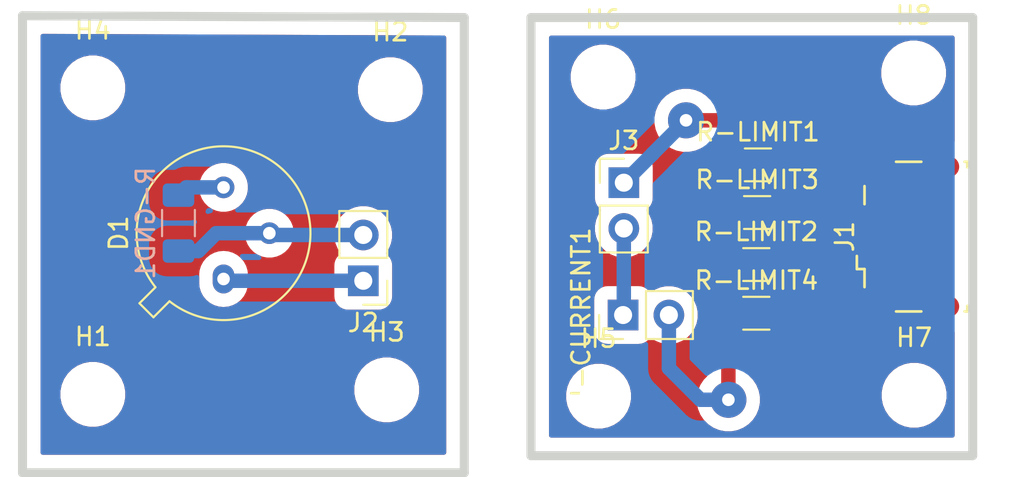
<source format=kicad_pcb>
(kicad_pcb (version 20171130) (host pcbnew 5.1.9)

  (general
    (thickness 1.6)
    (drawings 8)
    (tracks 45)
    (zones 0)
    (modules 18)
    (nets 9)
  )

  (page User 200 150.012)
  (layers
    (0 F.Cu signal)
    (31 B.Cu signal)
    (32 B.Adhes user)
    (33 F.Adhes user)
    (34 B.Paste user)
    (35 F.Paste user)
    (36 B.SilkS user)
    (37 F.SilkS user)
    (38 B.Mask user)
    (39 F.Mask user)
    (40 Dwgs.User user)
    (41 Cmts.User user)
    (42 Eco1.User user)
    (43 Eco2.User user)
    (44 Edge.Cuts user)
    (45 Margin user)
    (46 B.CrtYd user)
    (47 F.CrtYd user)
    (48 B.Fab user)
    (49 F.Fab user)
  )

  (setup
    (last_trace_width 0.25)
    (user_trace_width 0.3)
    (user_trace_width 0.4)
    (user_trace_width 0.6)
    (user_trace_width 0.8)
    (user_trace_width 1)
    (user_trace_width 1.2)
    (trace_clearance 0.2)
    (zone_clearance 0.75)
    (zone_45_only no)
    (trace_min 0.2)
    (via_size 2)
    (via_drill 0.7)
    (via_min_size 0.4)
    (via_min_drill 0.3)
    (uvia_size 0.3)
    (uvia_drill 0.1)
    (uvias_allowed no)
    (uvia_min_size 0.2)
    (uvia_min_drill 0.1)
    (edge_width 0.5)
    (segment_width 0.2)
    (pcb_text_width 0.3)
    (pcb_text_size 1.5 1.5)
    (mod_edge_width 0.12)
    (mod_text_size 1 1)
    (mod_text_width 0.15)
    (pad_size 1.524 1.524)
    (pad_drill 0.762)
    (pad_to_mask_clearance 0)
    (aux_axis_origin 0 0)
    (visible_elements FFFFFF7F)
    (pcbplotparams
      (layerselection 0x00000_ffffffff)
      (usegerberextensions false)
      (usegerberattributes true)
      (usegerberadvancedattributes true)
      (creategerberjobfile true)
      (excludeedgelayer true)
      (linewidth 0.100000)
      (plotframeref false)
      (viasonmask true)
      (mode 1)
      (useauxorigin false)
      (hpglpennumber 1)
      (hpglpenspeed 20)
      (hpglpendiameter 15.000000)
      (psnegative false)
      (psa4output false)
      (plotreference true)
      (plotvalue true)
      (plotinvisibletext false)
      (padsonsilk false)
      (subtractmaskfromsilk false)
      (outputformat 4)
      (mirror false)
      (drillshape 2)
      (scaleselection 1)
      (outputdirectory ""))
  )

  (net 0 "")
  (net 1 GND)
  (net 2 "Net-(D1-Pad3)")
  (net 3 "Net-(J1-Pad4)")
  (net 4 "Net-(J1-Pad3)")
  (net 5 "Net-(J1-Pad2)")
  (net 6 VCC)
  (net 7 /VLED)
  (net 8 "Net-(J-CURRENT1-Pad2)")

  (net_class Default "This is the default net class."
    (clearance 0.2)
    (trace_width 0.25)
    (via_dia 2)
    (via_drill 0.7)
    (uvia_dia 0.3)
    (uvia_drill 0.1)
    (add_net /VLED)
    (add_net GND)
    (add_net "Net-(D1-Pad3)")
    (add_net "Net-(J-CURRENT1-Pad2)")
    (add_net "Net-(J1-Pad2)")
    (add_net "Net-(J1-Pad3)")
    (add_net "Net-(J1-Pad4)")
    (add_net VCC)
  )

  (module Resistor_SMD:R_1206_3216Metric_Pad1.30x1.75mm_HandSolder (layer B.Cu) (tedit 5F68FEEE) (tstamp 60B10F68)
    (at 85.55 55.05 270)
    (descr "Resistor SMD 1206 (3216 Metric), square (rectangular) end terminal, IPC_7351 nominal with elongated pad for handsoldering. (Body size source: IPC-SM-782 page 72, https://www.pcb-3d.com/wordpress/wp-content/uploads/ipc-sm-782a_amendment_1_and_2.pdf), generated with kicad-footprint-generator")
    (tags "resistor handsolder")
    (path /60B355F4)
    (attr smd)
    (fp_text reference R-GND1 (at 0 1.82 90) (layer B.SilkS)
      (effects (font (size 1 1) (thickness 0.15)) (justify mirror))
    )
    (fp_text value 0 (at 0 -1.82 90) (layer B.Fab)
      (effects (font (size 1 1) (thickness 0.15)) (justify mirror))
    )
    (fp_line (start -1.6 -0.8) (end -1.6 0.8) (layer B.Fab) (width 0.1))
    (fp_line (start -1.6 0.8) (end 1.6 0.8) (layer B.Fab) (width 0.1))
    (fp_line (start 1.6 0.8) (end 1.6 -0.8) (layer B.Fab) (width 0.1))
    (fp_line (start 1.6 -0.8) (end -1.6 -0.8) (layer B.Fab) (width 0.1))
    (fp_line (start -0.727064 0.91) (end 0.727064 0.91) (layer B.SilkS) (width 0.12))
    (fp_line (start -0.727064 -0.91) (end 0.727064 -0.91) (layer B.SilkS) (width 0.12))
    (fp_line (start -2.45 -1.12) (end -2.45 1.12) (layer B.CrtYd) (width 0.05))
    (fp_line (start -2.45 1.12) (end 2.45 1.12) (layer B.CrtYd) (width 0.05))
    (fp_line (start 2.45 1.12) (end 2.45 -1.12) (layer B.CrtYd) (width 0.05))
    (fp_line (start 2.45 -1.12) (end -2.45 -1.12) (layer B.CrtYd) (width 0.05))
    (fp_text user %R (at 0 0 90) (layer B.Fab)
      (effects (font (size 0.8 0.8) (thickness 0.12)) (justify mirror))
    )
    (pad 1 smd roundrect (at -1.55 0 270) (size 1.3 1.75) (layers B.Cu B.Paste B.Mask) (roundrect_rratio 0.1923069230769231)
      (net 2 "Net-(D1-Pad3)"))
    (pad 2 smd roundrect (at 1.55 0 270) (size 1.3 1.75) (layers B.Cu B.Paste B.Mask) (roundrect_rratio 0.1923069230769231)
      (net 1 GND))
    (model ${KISYS3DMOD}/Resistor_SMD.3dshapes/R_1206_3216Metric.wrl
      (at (xyz 0 0 0))
      (scale (xyz 1 1 1))
      (rotate (xyz 0 0 0))
    )
  )

  (module user:MicroUSB (layer F.Cu) (tedit 5E32AC70) (tstamp 60B0FEA0)
    (at 126 55.8 90)
    (descr "USB Micro-B receptacle, http://www.mouser.com/ds/2/445/629105150521-469306.pdf")
    (tags "usb micro receptacle")
    (path /60B09487)
    (attr smd)
    (fp_text reference J1 (at 0 -3.5 90) (layer F.SilkS)
      (effects (font (size 1 1) (thickness 0.15)))
    )
    (fp_text value USB_B_Micro (at 0 5.6 90) (layer F.Fab)
      (effects (font (size 1 1) (thickness 0.15)))
    )
    (fp_line (start 4.95 -3.34) (end -4.94 -3.34) (layer F.CrtYd) (width 0.05))
    (fp_line (start 4.95 4.85) (end 4.95 -3.34) (layer F.CrtYd) (width 0.05))
    (fp_line (start -4.94 4.85) (end 4.95 4.85) (layer F.CrtYd) (width 0.05))
    (fp_line (start -4.94 -3.34) (end -4.94 4.85) (layer F.CrtYd) (width 0.05))
    (fp_line (start 1.8 -2.4) (end 2.8 -2.4) (layer F.SilkS) (width 0.15))
    (fp_line (start -1.8 -2.4) (end -2.8 -2.4) (layer F.SilkS) (width 0.15))
    (fp_line (start -1.8 -2.825) (end -1.8 -2.4) (layer F.SilkS) (width 0.15))
    (fp_line (start -1.075 -2.825) (end -1.8 -2.825) (layer F.SilkS) (width 0.15))
    (fp_line (start 4.15 0.75) (end 4.15 -0.65) (layer F.SilkS) (width 0.15))
    (fp_line (start 4.15 3.3) (end 4.15 3.15) (layer F.SilkS) (width 0.15))
    (fp_line (start 3.85 3.3) (end 4.15 3.3) (layer F.SilkS) (width 0.15))
    (fp_line (start 3.85 3.75) (end 3.85 3.3) (layer F.SilkS) (width 0.15))
    (fp_line (start -3.85 3.3) (end -3.85 3.75) (layer F.SilkS) (width 0.15))
    (fp_line (start -4.15 3.3) (end -3.85 3.3) (layer F.SilkS) (width 0.15))
    (fp_line (start -4.15 3.15) (end -4.15 3.3) (layer F.SilkS) (width 0.15))
    (fp_line (start -4.15 -0.65) (end -4.15 0.75) (layer F.SilkS) (width 0.15))
    (fp_line (start -1.075 -2.95) (end -1.075 -2.725) (layer F.Fab) (width 0.15))
    (fp_line (start -1.525 -2.95) (end -1.075 -2.95) (layer F.Fab) (width 0.15))
    (fp_line (start -1.525 -2.725) (end -1.525 -2.95) (layer F.Fab) (width 0.15))
    (fp_line (start -1.3 -2.55) (end -1.525 -2.725) (layer F.Fab) (width 0.15))
    (fp_line (start -1.075 -2.725) (end -1.3 -2.55) (layer F.Fab) (width 0.15))
    (fp_line (start -2.7 3.75) (end 2.7 3.75) (layer F.Fab) (width 0.15))
    (fp_line (start 4 -2.25) (end -4 -2.25) (layer F.Fab) (width 0.15))
    (fp_line (start 4 3.15) (end 4 -2.25) (layer F.Fab) (width 0.15))
    (fp_line (start 3.7 3.15) (end 4 3.15) (layer F.Fab) (width 0.15))
    (fp_line (start 3.7 4.35) (end 3.7 3.15) (layer F.Fab) (width 0.15))
    (fp_line (start -3.7 4.35) (end 3.7 4.35) (layer F.Fab) (width 0.15))
    (fp_line (start -3.7 3.15) (end -3.7 4.35) (layer F.Fab) (width 0.15))
    (fp_line (start -4 3.15) (end -3.7 3.15) (layer F.Fab) (width 0.15))
    (fp_line (start -4 -2.25) (end -4 3.15) (layer F.Fab) (width 0.15))
    (fp_text user "PCB Edge" (at 0 3.75 90) (layer Dwgs.User)
      (effects (font (size 0.5 0.5) (thickness 0.08)))
    )
    (fp_text user %R (at 0 1.05 90) (layer F.Fab)
      (effects (font (size 1 1) (thickness 0.15)))
    )
    (pad 6 smd oval (at 3.875 1.95 90) (size 1.15 1.8) (layers F.Cu F.Paste F.Mask)
      (net 1 GND))
    (pad 6 smd oval (at -3.875 1.95 90) (size 1.15 1.8) (layers F.Cu F.Paste F.Mask)
      (net 1 GND))
    (pad 6 smd oval (at 3.725 -1.85 90) (size 1.45 2) (layers F.Cu F.Paste F.Mask)
      (net 1 GND))
    (pad 6 smd oval (at -3.725 -1.85 90) (size 1.45 2) (layers F.Cu F.Paste F.Mask)
      (net 1 GND))
    (pad 5 smd rect (at 1.3 -1.9 90) (size 0.45 1.3) (layers F.Cu F.Paste F.Mask)
      (net 1 GND))
    (pad 4 smd rect (at 0.65 -1.9 90) (size 0.45 1.3) (layers F.Cu F.Paste F.Mask)
      (net 3 "Net-(J1-Pad4)"))
    (pad 3 smd rect (at 0 -1.9 90) (size 0.45 1.3) (layers F.Cu F.Paste F.Mask)
      (net 4 "Net-(J1-Pad3)"))
    (pad 2 smd rect (at -0.65 -1.9 90) (size 0.45 1.3) (layers F.Cu F.Paste F.Mask)
      (net 5 "Net-(J1-Pad2)"))
    (pad 1 smd rect (at -1.3 -1.9 90) (size 0.45 1.3) (layers F.Cu F.Paste F.Mask)
      (net 6 VCC))
    (model /home/achmaday/_developments_/Projects/my_examples/pcb/opto/uvled/lib/pkg3d/micro-usb-smd.wrl
      (offset (xyz 0 -3 1.2))
      (scale (xyz 1 1 1))
      (rotate (xyz -90 0 0))
    )
  )

  (module Connector_PinHeader_2.54mm:PinHeader_1x02_P2.54mm_Vertical (layer F.Cu) (tedit 59FED5CC) (tstamp 60B0FEB6)
    (at 95.8 58.25 180)
    (descr "Through hole straight pin header, 1x02, 2.54mm pitch, single row")
    (tags "Through hole pin header THT 1x02 2.54mm single row")
    (path /60B2FC7D)
    (fp_text reference J2 (at 0 -2.33) (layer F.SilkS)
      (effects (font (size 1 1) (thickness 0.15)))
    )
    (fp_text value Conn_01x02_Male (at 0 4.87) (layer F.Fab)
      (effects (font (size 1 1) (thickness 0.15)))
    )
    (fp_line (start -0.635 -1.27) (end 1.27 -1.27) (layer F.Fab) (width 0.1))
    (fp_line (start 1.27 -1.27) (end 1.27 3.81) (layer F.Fab) (width 0.1))
    (fp_line (start 1.27 3.81) (end -1.27 3.81) (layer F.Fab) (width 0.1))
    (fp_line (start -1.27 3.81) (end -1.27 -0.635) (layer F.Fab) (width 0.1))
    (fp_line (start -1.27 -0.635) (end -0.635 -1.27) (layer F.Fab) (width 0.1))
    (fp_line (start -1.33 3.87) (end 1.33 3.87) (layer F.SilkS) (width 0.12))
    (fp_line (start -1.33 1.27) (end -1.33 3.87) (layer F.SilkS) (width 0.12))
    (fp_line (start 1.33 1.27) (end 1.33 3.87) (layer F.SilkS) (width 0.12))
    (fp_line (start -1.33 1.27) (end 1.33 1.27) (layer F.SilkS) (width 0.12))
    (fp_line (start -1.33 0) (end -1.33 -1.33) (layer F.SilkS) (width 0.12))
    (fp_line (start -1.33 -1.33) (end 0 -1.33) (layer F.SilkS) (width 0.12))
    (fp_line (start -1.8 -1.8) (end -1.8 4.35) (layer F.CrtYd) (width 0.05))
    (fp_line (start -1.8 4.35) (end 1.8 4.35) (layer F.CrtYd) (width 0.05))
    (fp_line (start 1.8 4.35) (end 1.8 -1.8) (layer F.CrtYd) (width 0.05))
    (fp_line (start 1.8 -1.8) (end -1.8 -1.8) (layer F.CrtYd) (width 0.05))
    (fp_text user %R (at 0 1.27 90) (layer F.Fab)
      (effects (font (size 1 1) (thickness 0.15)))
    )
    (pad 1 thru_hole rect (at 0 0 180) (size 1.7 1.7) (drill 1) (layers *.Cu *.Mask)
      (net 7 /VLED))
    (pad 2 thru_hole oval (at 0 2.54 180) (size 1.7 1.7) (drill 1) (layers *.Cu *.Mask)
      (net 1 GND))
    (model ${KISYS3DMOD}/Connector_PinHeader_2.54mm.3dshapes/PinHeader_1x02_P2.54mm_Vertical.wrl
      (at (xyz 0 0 0))
      (scale (xyz 1 1 1))
      (rotate (xyz 0 0 0))
    )
  )

  (module Connector_PinHeader_2.54mm:PinHeader_1x02_P2.54mm_Vertical (layer F.Cu) (tedit 59FED5CC) (tstamp 60B0FECC)
    (at 110.25 52.81)
    (descr "Through hole straight pin header, 1x02, 2.54mm pitch, single row")
    (tags "Through hole pin header THT 1x02 2.54mm single row")
    (path /60B2A739)
    (fp_text reference J3 (at 0 -2.33) (layer F.SilkS)
      (effects (font (size 1 1) (thickness 0.15)))
    )
    (fp_text value Conn_01x02_Male (at 0 4.87) (layer F.Fab)
      (effects (font (size 1 1) (thickness 0.15)))
    )
    (fp_line (start 1.8 -1.8) (end -1.8 -1.8) (layer F.CrtYd) (width 0.05))
    (fp_line (start 1.8 4.35) (end 1.8 -1.8) (layer F.CrtYd) (width 0.05))
    (fp_line (start -1.8 4.35) (end 1.8 4.35) (layer F.CrtYd) (width 0.05))
    (fp_line (start -1.8 -1.8) (end -1.8 4.35) (layer F.CrtYd) (width 0.05))
    (fp_line (start -1.33 -1.33) (end 0 -1.33) (layer F.SilkS) (width 0.12))
    (fp_line (start -1.33 0) (end -1.33 -1.33) (layer F.SilkS) (width 0.12))
    (fp_line (start -1.33 1.27) (end 1.33 1.27) (layer F.SilkS) (width 0.12))
    (fp_line (start 1.33 1.27) (end 1.33 3.87) (layer F.SilkS) (width 0.12))
    (fp_line (start -1.33 1.27) (end -1.33 3.87) (layer F.SilkS) (width 0.12))
    (fp_line (start -1.33 3.87) (end 1.33 3.87) (layer F.SilkS) (width 0.12))
    (fp_line (start -1.27 -0.635) (end -0.635 -1.27) (layer F.Fab) (width 0.1))
    (fp_line (start -1.27 3.81) (end -1.27 -0.635) (layer F.Fab) (width 0.1))
    (fp_line (start 1.27 3.81) (end -1.27 3.81) (layer F.Fab) (width 0.1))
    (fp_line (start 1.27 -1.27) (end 1.27 3.81) (layer F.Fab) (width 0.1))
    (fp_line (start -0.635 -1.27) (end 1.27 -1.27) (layer F.Fab) (width 0.1))
    (fp_text user %R (at 0 1.27 90) (layer F.Fab)
      (effects (font (size 1 1) (thickness 0.15)))
    )
    (pad 2 thru_hole oval (at 0 2.54) (size 1.7 1.7) (drill 1) (layers *.Cu *.Mask)
      (net 7 /VLED))
    (pad 1 thru_hole rect (at 0 0) (size 1.7 1.7) (drill 1) (layers *.Cu *.Mask)
      (net 1 GND))
    (model ${KISYS3DMOD}/Connector_PinHeader_2.54mm.3dshapes/PinHeader_1x02_P2.54mm_Vertical.wrl
      (at (xyz 0 0 0))
      (scale (xyz 1 1 1))
      (rotate (xyz 0 0 0))
    )
  )

  (module Connector_PinHeader_2.54mm:PinHeader_1x02_P2.54mm_Vertical (layer F.Cu) (tedit 59FED5CC) (tstamp 60B0FEE2)
    (at 110.21 60.15 90)
    (descr "Through hole straight pin header, 1x02, 2.54mm pitch, single row")
    (tags "Through hole pin header THT 1x02 2.54mm single row")
    (path /60B20ECB)
    (fp_text reference J-CURRENT1 (at 0 -2.33 90) (layer F.SilkS)
      (effects (font (size 1 1) (thickness 0.15)))
    )
    (fp_text value Conn_01x02_Male (at 0 4.87 90) (layer F.Fab)
      (effects (font (size 1 1) (thickness 0.15)))
    )
    (fp_line (start -0.635 -1.27) (end 1.27 -1.27) (layer F.Fab) (width 0.1))
    (fp_line (start 1.27 -1.27) (end 1.27 3.81) (layer F.Fab) (width 0.1))
    (fp_line (start 1.27 3.81) (end -1.27 3.81) (layer F.Fab) (width 0.1))
    (fp_line (start -1.27 3.81) (end -1.27 -0.635) (layer F.Fab) (width 0.1))
    (fp_line (start -1.27 -0.635) (end -0.635 -1.27) (layer F.Fab) (width 0.1))
    (fp_line (start -1.33 3.87) (end 1.33 3.87) (layer F.SilkS) (width 0.12))
    (fp_line (start -1.33 1.27) (end -1.33 3.87) (layer F.SilkS) (width 0.12))
    (fp_line (start 1.33 1.27) (end 1.33 3.87) (layer F.SilkS) (width 0.12))
    (fp_line (start -1.33 1.27) (end 1.33 1.27) (layer F.SilkS) (width 0.12))
    (fp_line (start -1.33 0) (end -1.33 -1.33) (layer F.SilkS) (width 0.12))
    (fp_line (start -1.33 -1.33) (end 0 -1.33) (layer F.SilkS) (width 0.12))
    (fp_line (start -1.8 -1.8) (end -1.8 4.35) (layer F.CrtYd) (width 0.05))
    (fp_line (start -1.8 4.35) (end 1.8 4.35) (layer F.CrtYd) (width 0.05))
    (fp_line (start 1.8 4.35) (end 1.8 -1.8) (layer F.CrtYd) (width 0.05))
    (fp_line (start 1.8 -1.8) (end -1.8 -1.8) (layer F.CrtYd) (width 0.05))
    (fp_text user %R (at 0 1.27) (layer F.Fab)
      (effects (font (size 1 1) (thickness 0.15)))
    )
    (pad 1 thru_hole rect (at 0 0 90) (size 1.7 1.7) (drill 1) (layers *.Cu *.Mask)
      (net 7 /VLED))
    (pad 2 thru_hole oval (at 0 2.54 90) (size 1.7 1.7) (drill 1) (layers *.Cu *.Mask)
      (net 8 "Net-(J-CURRENT1-Pad2)"))
    (model ${KISYS3DMOD}/Connector_PinHeader_2.54mm.3dshapes/PinHeader_1x02_P2.54mm_Vertical.wrl
      (at (xyz 0 0 0))
      (scale (xyz 1 1 1))
      (rotate (xyz 0 0 0))
    )
  )

  (module Resistor_SMD:R_1206_3216Metric_Pad1.30x1.75mm_HandSolder (layer F.Cu) (tedit 5F68FEEE) (tstamp 60B0FF04)
    (at 117.69 51.82)
    (descr "Resistor SMD 1206 (3216 Metric), square (rectangular) end terminal, IPC_7351 nominal with elongated pad for handsoldering. (Body size source: IPC-SM-782 page 72, https://www.pcb-3d.com/wordpress/wp-content/uploads/ipc-sm-782a_amendment_1_and_2.pdf), generated with kicad-footprint-generator")
    (tags "resistor handsolder")
    (path /60B0B997)
    (attr smd)
    (fp_text reference R-LIMIT1 (at 0 -1.82) (layer F.SilkS)
      (effects (font (size 1 1) (thickness 0.15)))
    )
    (fp_text value 10K (at 0 1.82) (layer F.Fab)
      (effects (font (size 1 1) (thickness 0.15)))
    )
    (fp_line (start -1.6 0.8) (end -1.6 -0.8) (layer F.Fab) (width 0.1))
    (fp_line (start -1.6 -0.8) (end 1.6 -0.8) (layer F.Fab) (width 0.1))
    (fp_line (start 1.6 -0.8) (end 1.6 0.8) (layer F.Fab) (width 0.1))
    (fp_line (start 1.6 0.8) (end -1.6 0.8) (layer F.Fab) (width 0.1))
    (fp_line (start -0.727064 -0.91) (end 0.727064 -0.91) (layer F.SilkS) (width 0.12))
    (fp_line (start -0.727064 0.91) (end 0.727064 0.91) (layer F.SilkS) (width 0.12))
    (fp_line (start -2.45 1.12) (end -2.45 -1.12) (layer F.CrtYd) (width 0.05))
    (fp_line (start -2.45 -1.12) (end 2.45 -1.12) (layer F.CrtYd) (width 0.05))
    (fp_line (start 2.45 -1.12) (end 2.45 1.12) (layer F.CrtYd) (width 0.05))
    (fp_line (start 2.45 1.12) (end -2.45 1.12) (layer F.CrtYd) (width 0.05))
    (fp_text user %R (at 0 0) (layer F.Fab)
      (effects (font (size 0.8 0.8) (thickness 0.12)))
    )
    (pad 1 smd roundrect (at -1.55 0) (size 1.3 1.75) (layers F.Cu F.Paste F.Mask) (roundrect_rratio 0.1923069230769231)
      (net 8 "Net-(J-CURRENT1-Pad2)"))
    (pad 2 smd roundrect (at 1.55 0) (size 1.3 1.75) (layers F.Cu F.Paste F.Mask) (roundrect_rratio 0.1923069230769231)
      (net 6 VCC))
    (model ${KISYS3DMOD}/Resistor_SMD.3dshapes/R_1206_3216Metric.wrl
      (at (xyz 0 0 0))
      (scale (xyz 1 1 1))
      (rotate (xyz 0 0 0))
    )
  )

  (module Resistor_SMD:R_1206_3216Metric_Pad1.30x1.75mm_HandSolder (layer F.Cu) (tedit 5F68FEEE) (tstamp 60B0FF15)
    (at 117.6 57.35)
    (descr "Resistor SMD 1206 (3216 Metric), square (rectangular) end terminal, IPC_7351 nominal with elongated pad for handsoldering. (Body size source: IPC-SM-782 page 72, https://www.pcb-3d.com/wordpress/wp-content/uploads/ipc-sm-782a_amendment_1_and_2.pdf), generated with kicad-footprint-generator")
    (tags "resistor handsolder")
    (path /60B0C30D)
    (attr smd)
    (fp_text reference R-LIMIT2 (at 0 -1.82) (layer F.SilkS)
      (effects (font (size 1 1) (thickness 0.15)))
    )
    (fp_text value 10K (at 0 1.82) (layer F.Fab)
      (effects (font (size 1 1) (thickness 0.15)))
    )
    (fp_line (start 2.45 1.12) (end -2.45 1.12) (layer F.CrtYd) (width 0.05))
    (fp_line (start 2.45 -1.12) (end 2.45 1.12) (layer F.CrtYd) (width 0.05))
    (fp_line (start -2.45 -1.12) (end 2.45 -1.12) (layer F.CrtYd) (width 0.05))
    (fp_line (start -2.45 1.12) (end -2.45 -1.12) (layer F.CrtYd) (width 0.05))
    (fp_line (start -0.727064 0.91) (end 0.727064 0.91) (layer F.SilkS) (width 0.12))
    (fp_line (start -0.727064 -0.91) (end 0.727064 -0.91) (layer F.SilkS) (width 0.12))
    (fp_line (start 1.6 0.8) (end -1.6 0.8) (layer F.Fab) (width 0.1))
    (fp_line (start 1.6 -0.8) (end 1.6 0.8) (layer F.Fab) (width 0.1))
    (fp_line (start -1.6 -0.8) (end 1.6 -0.8) (layer F.Fab) (width 0.1))
    (fp_line (start -1.6 0.8) (end -1.6 -0.8) (layer F.Fab) (width 0.1))
    (fp_text user %R (at 0 0) (layer F.Fab)
      (effects (font (size 0.8 0.8) (thickness 0.12)))
    )
    (pad 2 smd roundrect (at 1.55 0) (size 1.3 1.75) (layers F.Cu F.Paste F.Mask) (roundrect_rratio 0.1923069230769231)
      (net 6 VCC))
    (pad 1 smd roundrect (at -1.55 0) (size 1.3 1.75) (layers F.Cu F.Paste F.Mask) (roundrect_rratio 0.1923069230769231)
      (net 8 "Net-(J-CURRENT1-Pad2)"))
    (model ${KISYS3DMOD}/Resistor_SMD.3dshapes/R_1206_3216Metric.wrl
      (at (xyz 0 0 0))
      (scale (xyz 1 1 1))
      (rotate (xyz 0 0 0))
    )
  )

  (module Resistor_SMD:R_1206_3216Metric_Pad1.30x1.75mm_HandSolder (layer F.Cu) (tedit 5F68FEEE) (tstamp 60B0FF26)
    (at 117.645001 54.465001)
    (descr "Resistor SMD 1206 (3216 Metric), square (rectangular) end terminal, IPC_7351 nominal with elongated pad for handsoldering. (Body size source: IPC-SM-782 page 72, https://www.pcb-3d.com/wordpress/wp-content/uploads/ipc-sm-782a_amendment_1_and_2.pdf), generated with kicad-footprint-generator")
    (tags "resistor handsolder")
    (path /60B0C775)
    (attr smd)
    (fp_text reference R-LIMIT3 (at 0 -1.82) (layer F.SilkS)
      (effects (font (size 1 1) (thickness 0.15)))
    )
    (fp_text value 10K (at 0 1.82) (layer F.Fab)
      (effects (font (size 1 1) (thickness 0.15)))
    )
    (fp_line (start -1.6 0.8) (end -1.6 -0.8) (layer F.Fab) (width 0.1))
    (fp_line (start -1.6 -0.8) (end 1.6 -0.8) (layer F.Fab) (width 0.1))
    (fp_line (start 1.6 -0.8) (end 1.6 0.8) (layer F.Fab) (width 0.1))
    (fp_line (start 1.6 0.8) (end -1.6 0.8) (layer F.Fab) (width 0.1))
    (fp_line (start -0.727064 -0.91) (end 0.727064 -0.91) (layer F.SilkS) (width 0.12))
    (fp_line (start -0.727064 0.91) (end 0.727064 0.91) (layer F.SilkS) (width 0.12))
    (fp_line (start -2.45 1.12) (end -2.45 -1.12) (layer F.CrtYd) (width 0.05))
    (fp_line (start -2.45 -1.12) (end 2.45 -1.12) (layer F.CrtYd) (width 0.05))
    (fp_line (start 2.45 -1.12) (end 2.45 1.12) (layer F.CrtYd) (width 0.05))
    (fp_line (start 2.45 1.12) (end -2.45 1.12) (layer F.CrtYd) (width 0.05))
    (fp_text user %R (at 0 0) (layer F.Fab)
      (effects (font (size 0.8 0.8) (thickness 0.12)))
    )
    (pad 1 smd roundrect (at -1.55 0) (size 1.3 1.75) (layers F.Cu F.Paste F.Mask) (roundrect_rratio 0.1923069230769231)
      (net 8 "Net-(J-CURRENT1-Pad2)"))
    (pad 2 smd roundrect (at 1.55 0) (size 1.3 1.75) (layers F.Cu F.Paste F.Mask) (roundrect_rratio 0.1923069230769231)
      (net 6 VCC))
    (model ${KISYS3DMOD}/Resistor_SMD.3dshapes/R_1206_3216Metric.wrl
      (at (xyz 0 0 0))
      (scale (xyz 1 1 1))
      (rotate (xyz 0 0 0))
    )
  )

  (module Resistor_SMD:R_1206_3216Metric_Pad1.30x1.75mm_HandSolder (layer F.Cu) (tedit 5F68FEEE) (tstamp 60B0FF37)
    (at 117.6 60.05)
    (descr "Resistor SMD 1206 (3216 Metric), square (rectangular) end terminal, IPC_7351 nominal with elongated pad for handsoldering. (Body size source: IPC-SM-782 page 72, https://www.pcb-3d.com/wordpress/wp-content/uploads/ipc-sm-782a_amendment_1_and_2.pdf), generated with kicad-footprint-generator")
    (tags "resistor handsolder")
    (path /60B0CAEA)
    (attr smd)
    (fp_text reference R-LIMIT4 (at 0 -1.82) (layer F.SilkS)
      (effects (font (size 1 1) (thickness 0.15)))
    )
    (fp_text value 10K (at 0 1.82) (layer F.Fab)
      (effects (font (size 1 1) (thickness 0.15)))
    )
    (fp_line (start 2.45 1.12) (end -2.45 1.12) (layer F.CrtYd) (width 0.05))
    (fp_line (start 2.45 -1.12) (end 2.45 1.12) (layer F.CrtYd) (width 0.05))
    (fp_line (start -2.45 -1.12) (end 2.45 -1.12) (layer F.CrtYd) (width 0.05))
    (fp_line (start -2.45 1.12) (end -2.45 -1.12) (layer F.CrtYd) (width 0.05))
    (fp_line (start -0.727064 0.91) (end 0.727064 0.91) (layer F.SilkS) (width 0.12))
    (fp_line (start -0.727064 -0.91) (end 0.727064 -0.91) (layer F.SilkS) (width 0.12))
    (fp_line (start 1.6 0.8) (end -1.6 0.8) (layer F.Fab) (width 0.1))
    (fp_line (start 1.6 -0.8) (end 1.6 0.8) (layer F.Fab) (width 0.1))
    (fp_line (start -1.6 -0.8) (end 1.6 -0.8) (layer F.Fab) (width 0.1))
    (fp_line (start -1.6 0.8) (end -1.6 -0.8) (layer F.Fab) (width 0.1))
    (fp_text user %R (at 0 0) (layer F.Fab)
      (effects (font (size 0.8 0.8) (thickness 0.12)))
    )
    (pad 2 smd roundrect (at 1.55 0) (size 1.3 1.75) (layers F.Cu F.Paste F.Mask) (roundrect_rratio 0.1923069230769231)
      (net 6 VCC))
    (pad 1 smd roundrect (at -1.55 0) (size 1.3 1.75) (layers F.Cu F.Paste F.Mask) (roundrect_rratio 0.1923069230769231)
      (net 8 "Net-(J-CURRENT1-Pad2)"))
    (model ${KISYS3DMOD}/Resistor_SMD.3dshapes/R_1206_3216Metric.wrl
      (at (xyz 0 0 0))
      (scale (xyz 1 1 1))
      (rotate (xyz 0 0 0))
    )
  )

  (module MountingHole:MountingHole_2.1mm (layer F.Cu) (tedit 5B924765) (tstamp 60B1071C)
    (at 80.8 64.55)
    (descr "Mounting Hole 2.1mm, no annular")
    (tags "mounting hole 2.1mm no annular")
    (path /60B1340C)
    (attr virtual)
    (fp_text reference H1 (at 0 -3.2) (layer F.SilkS)
      (effects (font (size 1 1) (thickness 0.15)))
    )
    (fp_text value MountingHole (at 0 3.2) (layer F.Fab)
      (effects (font (size 1 1) (thickness 0.15)))
    )
    (fp_circle (center 0 0) (end 2.1 0) (layer Cmts.User) (width 0.15))
    (fp_circle (center 0 0) (end 2.35 0) (layer F.CrtYd) (width 0.05))
    (fp_text user %R (at 0.3 0) (layer F.Fab)
      (effects (font (size 1 1) (thickness 0.15)))
    )
    (pad "" np_thru_hole circle (at 0 0) (size 2.1 2.1) (drill 2.1) (layers *.Cu *.Mask))
  )

  (module MountingHole:MountingHole_2.1mm (layer F.Cu) (tedit 5B924765) (tstamp 60B10724)
    (at 97.3 47.65)
    (descr "Mounting Hole 2.1mm, no annular")
    (tags "mounting hole 2.1mm no annular")
    (path /60B14BC6)
    (attr virtual)
    (fp_text reference H2 (at 0 -3.2) (layer F.SilkS)
      (effects (font (size 1 1) (thickness 0.15)))
    )
    (fp_text value MountingHole (at 0 3.2) (layer F.Fab)
      (effects (font (size 1 1) (thickness 0.15)))
    )
    (fp_circle (center 0 0) (end 2.1 0) (layer Cmts.User) (width 0.15))
    (fp_circle (center 0 0) (end 2.35 0) (layer F.CrtYd) (width 0.05))
    (fp_text user %R (at 0.3 0) (layer F.Fab)
      (effects (font (size 1 1) (thickness 0.15)))
    )
    (pad "" np_thru_hole circle (at 0 0) (size 2.1 2.1) (drill 2.1) (layers *.Cu *.Mask))
  )

  (module MountingHole:MountingHole_2.1mm (layer F.Cu) (tedit 5B924765) (tstamp 60B1072C)
    (at 97.1 64.3)
    (descr "Mounting Hole 2.1mm, no annular")
    (tags "mounting hole 2.1mm no annular")
    (path /60B140BA)
    (attr virtual)
    (fp_text reference H3 (at 0 -3.2) (layer F.SilkS)
      (effects (font (size 1 1) (thickness 0.15)))
    )
    (fp_text value MountingHole (at 0 3.2) (layer F.Fab)
      (effects (font (size 1 1) (thickness 0.15)))
    )
    (fp_circle (center 0 0) (end 2.35 0) (layer F.CrtYd) (width 0.05))
    (fp_circle (center 0 0) (end 2.1 0) (layer Cmts.User) (width 0.15))
    (fp_text user %R (at 0.3 0) (layer F.Fab)
      (effects (font (size 1 1) (thickness 0.15)))
    )
    (pad "" np_thru_hole circle (at 0 0) (size 2.1 2.1) (drill 2.1) (layers *.Cu *.Mask))
  )

  (module MountingHole:MountingHole_2.1mm (layer F.Cu) (tedit 5B924765) (tstamp 60B10734)
    (at 80.8 47.55)
    (descr "Mounting Hole 2.1mm, no annular")
    (tags "mounting hole 2.1mm no annular")
    (path /60B14D1A)
    (attr virtual)
    (fp_text reference H4 (at 0 -3.2) (layer F.SilkS)
      (effects (font (size 1 1) (thickness 0.15)))
    )
    (fp_text value MountingHole (at 0 3.2) (layer F.Fab)
      (effects (font (size 1 1) (thickness 0.15)))
    )
    (fp_circle (center 0 0) (end 2.35 0) (layer F.CrtYd) (width 0.05))
    (fp_circle (center 0 0) (end 2.1 0) (layer Cmts.User) (width 0.15))
    (fp_text user %R (at 0.3 0) (layer F.Fab)
      (effects (font (size 1 1) (thickness 0.15)))
    )
    (pad "" np_thru_hole circle (at 0 0) (size 2.1 2.1) (drill 2.1) (layers *.Cu *.Mask))
  )

  (module MountingHole:MountingHole_2.1mm (layer F.Cu) (tedit 5B924765) (tstamp 60B1073C)
    (at 108.85 64.65)
    (descr "Mounting Hole 2.1mm, no annular")
    (tags "mounting hole 2.1mm no annular")
    (path /60B17683)
    (attr virtual)
    (fp_text reference H5 (at 0 -3.2) (layer F.SilkS)
      (effects (font (size 1 1) (thickness 0.15)))
    )
    (fp_text value MountingHole (at 0 3.2) (layer F.Fab)
      (effects (font (size 1 1) (thickness 0.15)))
    )
    (fp_circle (center 0 0) (end 2.1 0) (layer Cmts.User) (width 0.15))
    (fp_circle (center 0 0) (end 2.35 0) (layer F.CrtYd) (width 0.05))
    (fp_text user %R (at 0.3 0) (layer F.Fab)
      (effects (font (size 1 1) (thickness 0.15)))
    )
    (pad "" np_thru_hole circle (at 0 0) (size 2.1 2.1) (drill 2.1) (layers *.Cu *.Mask))
  )

  (module MountingHole:MountingHole_2.1mm (layer F.Cu) (tedit 5B924765) (tstamp 60B10744)
    (at 109.1 46.95)
    (descr "Mounting Hole 2.1mm, no annular")
    (tags "mounting hole 2.1mm no annular")
    (path /60B177F9)
    (attr virtual)
    (fp_text reference H6 (at 0 -3.2) (layer F.SilkS)
      (effects (font (size 1 1) (thickness 0.15)))
    )
    (fp_text value MountingHole (at 0 3.2) (layer F.Fab)
      (effects (font (size 1 1) (thickness 0.15)))
    )
    (fp_circle (center 0 0) (end 2.1 0) (layer Cmts.User) (width 0.15))
    (fp_circle (center 0 0) (end 2.35 0) (layer F.CrtYd) (width 0.05))
    (fp_text user %R (at 0.3 0) (layer F.Fab)
      (effects (font (size 1 1) (thickness 0.15)))
    )
    (pad "" np_thru_hole circle (at 0 0) (size 2.1 2.1) (drill 2.1) (layers *.Cu *.Mask))
  )

  (module MountingHole:MountingHole_2.1mm (layer F.Cu) (tedit 5B924765) (tstamp 60B1074C)
    (at 126.35 64.6)
    (descr "Mounting Hole 2.1mm, no annular")
    (tags "mounting hole 2.1mm no annular")
    (path /60B177EF)
    (attr virtual)
    (fp_text reference H7 (at 0 -3.2) (layer F.SilkS)
      (effects (font (size 1 1) (thickness 0.15)))
    )
    (fp_text value MountingHole (at 0 3.2) (layer F.Fab)
      (effects (font (size 1 1) (thickness 0.15)))
    )
    (fp_circle (center 0 0) (end 2.35 0) (layer F.CrtYd) (width 0.05))
    (fp_circle (center 0 0) (end 2.1 0) (layer Cmts.User) (width 0.15))
    (fp_text user %R (at 0.3 0) (layer F.Fab)
      (effects (font (size 1 1) (thickness 0.15)))
    )
    (pad "" np_thru_hole circle (at 0 0) (size 2.1 2.1) (drill 2.1) (layers *.Cu *.Mask))
  )

  (module MountingHole:MountingHole_2.1mm (layer F.Cu) (tedit 5B924765) (tstamp 60B10754)
    (at 126.325001 46.725001)
    (descr "Mounting Hole 2.1mm, no annular")
    (tags "mounting hole 2.1mm no annular")
    (path /60B17803)
    (attr virtual)
    (fp_text reference H8 (at 0 -3.2) (layer F.SilkS)
      (effects (font (size 1 1) (thickness 0.15)))
    )
    (fp_text value MountingHole (at 0 3.2) (layer F.Fab)
      (effects (font (size 1 1) (thickness 0.15)))
    )
    (fp_circle (center 0 0) (end 2.35 0) (layer F.CrtYd) (width 0.05))
    (fp_circle (center 0 0) (end 2.1 0) (layer Cmts.User) (width 0.15))
    (fp_text user %R (at 0.3 0) (layer F.Fab)
      (effects (font (size 1 1) (thickness 0.15)))
    )
    (pad "" np_thru_hole circle (at 0 0) (size 2.1 2.1) (drill 2.1) (layers *.Cu *.Mask))
  )

  (module Package_TO_SOT_THT:TO-39-3 (layer F.Cu) (tedit 5A02FF81) (tstamp 60B11026)
    (at 88.05 58.15 90)
    (descr TO-39-3)
    (tags TO-39-3)
    (path /60B2A5A9)
    (fp_text reference D1 (at 2.54 -5.82 90) (layer F.SilkS)
      (effects (font (size 1 1) (thickness 0.15)))
    )
    (fp_text value LED_PAD (at 2.54 5.82 90) (layer F.Fab)
      (effects (font (size 1 1) (thickness 0.15)))
    )
    (fp_line (start -0.465408 -3.61352) (end -1.27151 -4.419621) (layer F.Fab) (width 0.1))
    (fp_line (start -1.27151 -4.419621) (end -1.879621 -3.81151) (layer F.Fab) (width 0.1))
    (fp_line (start -1.879621 -3.81151) (end -1.07352 -3.005408) (layer F.Fab) (width 0.1))
    (fp_line (start -0.457084 -3.774902) (end -1.348039 -4.665856) (layer F.SilkS) (width 0.12))
    (fp_line (start -1.348039 -4.665856) (end -2.125856 -3.888039) (layer F.SilkS) (width 0.12))
    (fp_line (start -2.125856 -3.888039) (end -1.234902 -2.997084) (layer F.SilkS) (width 0.12))
    (fp_line (start -2.41 -4.95) (end -2.41 4.95) (layer F.CrtYd) (width 0.05))
    (fp_line (start -2.41 4.95) (end 7.49 4.95) (layer F.CrtYd) (width 0.05))
    (fp_line (start 7.49 4.95) (end 7.49 -4.95) (layer F.CrtYd) (width 0.05))
    (fp_line (start 7.49 -4.95) (end -2.41 -4.95) (layer F.CrtYd) (width 0.05))
    (fp_circle (center 2.54 0) (end 6.79 0) (layer F.Fab) (width 0.1))
    (fp_text user %R (at 2.54 -5.82 90) (layer F.Fab)
      (effects (font (size 1 1) (thickness 0.15)))
    )
    (fp_arc (start 2.54 0) (end -0.465408 -3.61352) (angle 349.5) (layer F.Fab) (width 0.1))
    (fp_arc (start 2.54 0) (end -0.457084 -3.774902) (angle 346.9) (layer F.SilkS) (width 0.12))
    (pad 1 thru_hole oval (at 0 0 90) (size 1.6 1.2) (drill 0.7) (layers *.Cu *.Mask)
      (net 7 /VLED))
    (pad 2 thru_hole oval (at 2.54 2.54 90) (size 1.2 1.2) (drill 0.7) (layers *.Cu *.Mask)
      (net 1 GND))
    (pad 3 thru_hole oval (at 5.08 0 90) (size 1.2 1.2) (drill 0.7) (layers *.Cu *.Mask)
      (net 2 "Net-(D1-Pad3)"))
    (model ${KISYS3DMOD}/Package_TO_SOT_THT.3dshapes/TO-39-3.wrl
      (at (xyz 0 0 0))
      (scale (xyz 1 1 1))
      (rotate (xyz 0 0 0))
    )
  )

  (gr_line (start 76.9 68.9) (end 76.9 43.55) (layer Edge.Cuts) (width 0.5) (tstamp 60B10D77))
  (gr_line (start 101.4 68.9) (end 76.9 68.9) (layer Edge.Cuts) (width 0.5))
  (gr_line (start 101.4 43.65) (end 101.4 68.9) (layer Edge.Cuts) (width 0.5))
  (gr_line (start 76.9 43.55) (end 101.4 43.65) (layer Edge.Cuts) (width 0.5))
  (gr_line (start 105.1 67.95) (end 105.1 43.65) (layer Edge.Cuts) (width 0.5) (tstamp 60B10987))
  (gr_line (start 129.6 67.95) (end 105.1 67.95) (layer Edge.Cuts) (width 0.5))
  (gr_line (start 129.6 43.65) (end 129.6 67.95) (layer Edge.Cuts) (width 0.5))
  (gr_line (start 105.1 43.65) (end 129.6 43.65) (layer Edge.Cuts) (width 0.5))

  (via (at 113.7 49.35) (size 2) (drill 0.7) (layers F.Cu B.Cu) (net 1))
  (segment (start 121.25 49.35) (end 113.7 49.35) (width 0.8) (layer F.Cu) (net 1))
  (segment (start 113.7 49.35) (end 111.85 51.2) (width 0.8) (layer B.Cu) (net 1))
  (segment (start 111.85 51.21) (end 110.25 52.81) (width 0.8) (layer B.Cu) (net 1))
  (segment (start 111.85 51.2) (end 111.85 51.21) (width 0.8) (layer B.Cu) (net 1))
  (segment (start 124.1 54.5) (end 122.25 54.5) (width 0.3) (layer F.Cu) (net 1))
  (segment (start 121.25 53.5) (end 121.25 49.35) (width 0.3) (layer F.Cu) (net 1))
  (segment (start 122.25 54.5) (end 121.25 53.5) (width 0.3) (layer F.Cu) (net 1))
  (segment (start 127.8 52.075) (end 127.95 51.925) (width 0.8) (layer F.Cu) (net 1))
  (segment (start 124.15 52.075) (end 127.8 52.075) (width 0.8) (layer F.Cu) (net 1))
  (segment (start 127.8 59.525) (end 127.95 59.675) (width 0.8) (layer F.Cu) (net 1))
  (segment (start 124.15 59.525) (end 127.8 59.525) (width 0.8) (layer F.Cu) (net 1))
  (segment (start 127.65 54.5) (end 127.95 54.2) (width 0.3) (layer F.Cu) (net 1))
  (segment (start 124.1 54.5) (end 127.65 54.5) (width 0.3) (layer F.Cu) (net 1))
  (segment (start 127.95 54.2) (end 127.95 59.675) (width 0.8) (layer F.Cu) (net 1))
  (segment (start 127.95 51.925) (end 127.95 54.2) (width 0.8) (layer F.Cu) (net 1))
  (segment (start 90.69 55.71) (end 90.59 55.61) (width 0.8) (layer B.Cu) (net 1))
  (segment (start 95.8 55.71) (end 90.69 55.71) (width 0.8) (layer B.Cu) (net 1))
  (segment (start 85.55 56.6) (end 86.65 56.6) (width 0.8) (layer B.Cu) (net 1))
  (segment (start 87.64 55.61) (end 90.59 55.61) (width 0.8) (layer B.Cu) (net 1))
  (segment (start 86.65 56.6) (end 87.64 55.61) (width 0.8) (layer B.Cu) (net 1))
  (segment (start 85.98 53.07) (end 85.55 53.5) (width 0.8) (layer B.Cu) (net 2))
  (segment (start 88.05 53.07) (end 85.98 53.07) (width 0.8) (layer B.Cu) (net 2))
  (segment (start 119.3 57.2) (end 119.15 57.35) (width 0.3) (layer F.Cu) (net 6))
  (segment (start 119.195001 57.304999) (end 119.15 57.35) (width 0.6) (layer F.Cu) (net 6))
  (segment (start 119.195001 54.465001) (end 119.195001 57.304999) (width 0.6) (layer F.Cu) (net 6))
  (segment (start 119.24 54.420002) (end 119.195001 54.465001) (width 0.6) (layer F.Cu) (net 6))
  (segment (start 119.24 51.82) (end 119.24 54.420002) (width 0.6) (layer F.Cu) (net 6))
  (segment (start 119.15 57.35) (end 119.15 60.05) (width 0.6) (layer F.Cu) (net 6))
  (segment (start 119.4 57.1) (end 119.15 57.35) (width 0.3) (layer F.Cu) (net 6))
  (segment (start 124.1 57.1) (end 119.4 57.1) (width 0.3) (layer F.Cu) (net 6))
  (segment (start 110.25 60.11) (end 110.21 60.15) (width 0.8) (layer B.Cu) (net 7))
  (segment (start 110.25 55.35) (end 110.25 60.11) (width 0.8) (layer B.Cu) (net 7))
  (segment (start 88.15 58.25) (end 88.05 58.15) (width 0.8) (layer B.Cu) (net 7))
  (segment (start 95.8 58.25) (end 88.15 58.25) (width 0.8) (layer B.Cu) (net 7))
  (segment (start 116.14 54.420002) (end 116.095001 54.465001) (width 0.6) (layer F.Cu) (net 8))
  (segment (start 116.14 51.82) (end 116.14 54.420002) (width 0.6) (layer F.Cu) (net 8))
  (segment (start 116.05 57.35) (end 116.05 60.05) (width 0.6) (layer F.Cu) (net 8))
  (segment (start 116.095001 57.304999) (end 116.05 57.35) (width 0.6) (layer F.Cu) (net 8))
  (segment (start 116.095001 54.465001) (end 116.095001 57.304999) (width 0.6) (layer F.Cu) (net 8))
  (via (at 116.05 64.85) (size 2) (drill 0.7) (layers F.Cu B.Cu) (net 8))
  (segment (start 116.05 60.05) (end 116.05 64.85) (width 0.8) (layer F.Cu) (net 8))
  (segment (start 116.05 64.85) (end 114.5 64.85) (width 0.8) (layer B.Cu) (net 8))
  (segment (start 112.75 63.1) (end 112.75 60.15) (width 0.8) (layer B.Cu) (net 8))
  (segment (start 114.5 64.85) (end 112.75 63.1) (width 0.8) (layer B.Cu) (net 8))

  (zone (net 0) (net_name "") (layer F.Cu) (tstamp 0) (hatch edge 0.508)
    (connect_pads (clearance 0.75))
    (min_thickness 0.254)
    (fill yes (arc_segments 32) (thermal_gap 0.508) (thermal_bridge_width 0.508))
    (polygon
      (pts
        (xy 129.55 43.65) (xy 129.55 68.05) (xy 105.05 67.95) (xy 105.15 43.6)
      )
    )
    (filled_polygon
      (pts
        (xy 128.473 50.485476) (xy 128.346325 50.473) (xy 127.553675 50.473) (xy 127.340358 50.49401) (xy 127.066655 50.577037)
        (xy 126.814409 50.711865) (xy 126.709454 50.798) (xy 125.394218 50.798) (xy 125.31933 50.736541) (xy 125.041025 50.587784)
        (xy 124.739047 50.49618) (xy 124.503697 50.473) (xy 123.796303 50.473) (xy 123.560953 50.49618) (xy 123.258975 50.587784)
        (xy 122.98067 50.736541) (xy 122.736734 50.936734) (xy 122.536541 51.18067) (xy 122.387784 51.458975) (xy 122.29618 51.760953)
        (xy 122.277 51.95569) (xy 122.277 50.111543) (xy 122.316924 50.062896) (xy 122.435502 49.841051) (xy 122.508522 49.600336)
        (xy 122.533178 49.35) (xy 122.508522 49.099664) (xy 122.435502 48.858949) (xy 122.316924 48.637104) (xy 122.157344 48.442656)
        (xy 121.962896 48.283076) (xy 121.741051 48.164498) (xy 121.500336 48.091478) (xy 121.312726 48.073) (xy 115.077479 48.073)
        (xy 114.896518 47.892039) (xy 114.589093 47.686624) (xy 114.247501 47.545132) (xy 113.884868 47.473) (xy 113.515132 47.473)
        (xy 113.152499 47.545132) (xy 112.810907 47.686624) (xy 112.503482 47.892039) (xy 112.242039 48.153482) (xy 112.036624 48.460907)
        (xy 111.895132 48.802499) (xy 111.823 49.165132) (xy 111.823 49.534868) (xy 111.895132 49.897501) (xy 112.036624 50.239093)
        (xy 112.242039 50.546518) (xy 112.503482 50.807961) (xy 112.810907 51.013376) (xy 113.152499 51.154868) (xy 113.515132 51.227)
        (xy 113.884868 51.227) (xy 114.247501 51.154868) (xy 114.589093 51.013376) (xy 114.62929 50.986517) (xy 114.608757 51.194999)
        (xy 114.608757 52.445001) (xy 114.630493 52.665695) (xy 114.694868 52.877909) (xy 114.799406 53.073485) (xy 114.833546 53.115085)
        (xy 114.754407 53.211516) (xy 114.649869 53.407092) (xy 114.585494 53.619306) (xy 114.563758 53.84) (xy 114.563758 55.090002)
        (xy 114.585494 55.310696) (xy 114.649869 55.52291) (xy 114.754407 55.718486) (xy 114.894232 55.888864) (xy 114.85009 55.92509)
        (xy 114.709406 56.096515) (xy 114.604868 56.292091) (xy 114.540493 56.504305) (xy 114.518757 56.724999) (xy 114.518757 57.975001)
        (xy 114.540493 58.195695) (xy 114.604868 58.407909) (xy 114.709406 58.603485) (xy 114.788613 58.7) (xy 114.709406 58.796515)
        (xy 114.604868 58.992091) (xy 114.540493 59.204305) (xy 114.518757 59.424999) (xy 114.518757 60.675001) (xy 114.540493 60.895695)
        (xy 114.604868 61.107909) (xy 114.709406 61.303485) (xy 114.773 61.380975) (xy 114.773001 63.47252) (xy 114.592039 63.653482)
        (xy 114.386624 63.960907) (xy 114.245132 64.302499) (xy 114.173 64.665132) (xy 114.173 65.034868) (xy 114.245132 65.397501)
        (xy 114.386624 65.739093) (xy 114.592039 66.046518) (xy 114.853482 66.307961) (xy 115.160907 66.513376) (xy 115.502499 66.654868)
        (xy 115.865132 66.727) (xy 116.234868 66.727) (xy 116.597501 66.654868) (xy 116.939093 66.513376) (xy 117.246518 66.307961)
        (xy 117.507961 66.046518) (xy 117.713376 65.739093) (xy 117.854868 65.397501) (xy 117.927 65.034868) (xy 117.927 64.665132)
        (xy 117.876293 64.410207) (xy 124.423 64.410207) (xy 124.423 64.789793) (xy 124.497053 65.162085) (xy 124.642315 65.512777)
        (xy 124.853201 65.828391) (xy 125.121609 66.096799) (xy 125.437223 66.307685) (xy 125.787915 66.452947) (xy 126.160207 66.527)
        (xy 126.539793 66.527) (xy 126.912085 66.452947) (xy 127.262777 66.307685) (xy 127.578391 66.096799) (xy 127.846799 65.828391)
        (xy 128.057685 65.512777) (xy 128.202947 65.162085) (xy 128.277 64.789793) (xy 128.277 64.410207) (xy 128.202947 64.037915)
        (xy 128.057685 63.687223) (xy 127.846799 63.371609) (xy 127.578391 63.103201) (xy 127.262777 62.892315) (xy 126.912085 62.747053)
        (xy 126.539793 62.673) (xy 126.160207 62.673) (xy 125.787915 62.747053) (xy 125.437223 62.892315) (xy 125.121609 63.103201)
        (xy 124.853201 63.371609) (xy 124.642315 63.687223) (xy 124.497053 64.037915) (xy 124.423 64.410207) (xy 117.876293 64.410207)
        (xy 117.854868 64.302499) (xy 117.713376 63.960907) (xy 117.507961 63.653482) (xy 117.327 63.472521) (xy 117.327 61.380975)
        (xy 117.390594 61.303485) (xy 117.495132 61.107909) (xy 117.559507 60.895695) (xy 117.581243 60.675001) (xy 117.581243 59.424999)
        (xy 117.559507 59.204305) (xy 117.495132 58.992091) (xy 117.390594 58.796515) (xy 117.311387 58.7) (xy 117.390594 58.603485)
        (xy 117.495132 58.407909) (xy 117.559507 58.195695) (xy 117.581243 57.975001) (xy 117.581243 56.724999) (xy 117.559507 56.504305)
        (xy 117.495132 56.292091) (xy 117.390594 56.096515) (xy 117.272001 55.952008) (xy 117.272001 55.908713) (xy 117.294911 55.889911)
        (xy 117.435595 55.718486) (xy 117.540133 55.52291) (xy 117.604508 55.310696) (xy 117.626244 55.090002) (xy 117.626244 53.84)
        (xy 117.604508 53.619306) (xy 117.540133 53.407092) (xy 117.435595 53.211516) (xy 117.401455 53.169916) (xy 117.480594 53.073485)
        (xy 117.585132 52.877909) (xy 117.649507 52.665695) (xy 117.671243 52.445001) (xy 117.671243 51.194999) (xy 117.649507 50.974305)
        (xy 117.585132 50.762091) (xy 117.512924 50.627) (xy 117.867076 50.627) (xy 117.794868 50.762091) (xy 117.730493 50.974305)
        (xy 117.708757 51.194999) (xy 117.708757 52.445001) (xy 117.730493 52.665695) (xy 117.794868 52.877909) (xy 117.899406 53.073485)
        (xy 117.933546 53.115085) (xy 117.854407 53.211516) (xy 117.749869 53.407092) (xy 117.685494 53.619306) (xy 117.663758 53.84)
        (xy 117.663758 55.090002) (xy 117.685494 55.310696) (xy 117.749869 55.52291) (xy 117.854407 55.718486) (xy 117.994232 55.888864)
        (xy 117.95009 55.92509) (xy 117.809406 56.096515) (xy 117.704868 56.292091) (xy 117.640493 56.504305) (xy 117.618757 56.724999)
        (xy 117.618757 57.975001) (xy 117.640493 58.195695) (xy 117.704868 58.407909) (xy 117.809406 58.603485) (xy 117.888613 58.7)
        (xy 117.809406 58.796515) (xy 117.704868 58.992091) (xy 117.640493 59.204305) (xy 117.618757 59.424999) (xy 117.618757 60.675001)
        (xy 117.640493 60.895695) (xy 117.704868 61.107909) (xy 117.809406 61.303485) (xy 117.95009 61.47491) (xy 118.121515 61.615594)
        (xy 118.317091 61.720132) (xy 118.529305 61.784507) (xy 118.749999 61.806243) (xy 119.550001 61.806243) (xy 119.770695 61.784507)
        (xy 119.982909 61.720132) (xy 120.178485 61.615594) (xy 120.34991 61.47491) (xy 120.490594 61.303485) (xy 120.595132 61.107909)
        (xy 120.659507 60.895695) (xy 120.681243 60.675001) (xy 120.681243 59.424999) (xy 120.659507 59.204305) (xy 120.595132 58.992091)
        (xy 120.490594 58.796515) (xy 120.411387 58.7) (xy 120.490594 58.603485) (xy 120.595132 58.407909) (xy 120.659507 58.195695)
        (xy 120.666273 58.127) (xy 123.090009 58.127) (xy 123.091036 58.127549) (xy 122.98067 58.186541) (xy 122.736734 58.386734)
        (xy 122.536541 58.63067) (xy 122.387784 58.908975) (xy 122.29618 59.210953) (xy 122.265249 59.525) (xy 122.29618 59.839047)
        (xy 122.387784 60.141025) (xy 122.536541 60.41933) (xy 122.736734 60.663266) (xy 122.98067 60.863459) (xy 123.258975 61.012216)
        (xy 123.560953 61.10382) (xy 123.796303 61.127) (xy 124.503697 61.127) (xy 124.739047 61.10382) (xy 125.041025 61.012216)
        (xy 125.31933 60.863459) (xy 125.394218 60.802) (xy 126.709454 60.802) (xy 126.814409 60.888135) (xy 127.066655 61.022963)
        (xy 127.340358 61.10599) (xy 127.553675 61.127) (xy 128.346325 61.127) (xy 128.473001 61.114523) (xy 128.473001 66.823)
        (xy 106.227 66.823) (xy 106.227 64.460207) (xy 106.923 64.460207) (xy 106.923 64.839793) (xy 106.997053 65.212085)
        (xy 107.142315 65.562777) (xy 107.353201 65.878391) (xy 107.621609 66.146799) (xy 107.937223 66.357685) (xy 108.287915 66.502947)
        (xy 108.660207 66.577) (xy 109.039793 66.577) (xy 109.412085 66.502947) (xy 109.762777 66.357685) (xy 110.078391 66.146799)
        (xy 110.346799 65.878391) (xy 110.557685 65.562777) (xy 110.702947 65.212085) (xy 110.777 64.839793) (xy 110.777 64.460207)
        (xy 110.702947 64.087915) (xy 110.557685 63.737223) (xy 110.346799 63.421609) (xy 110.078391 63.153201) (xy 109.762777 62.942315)
        (xy 109.412085 62.797053) (xy 109.039793 62.723) (xy 108.660207 62.723) (xy 108.287915 62.797053) (xy 107.937223 62.942315)
        (xy 107.621609 63.153201) (xy 107.353201 63.421609) (xy 107.142315 63.737223) (xy 106.997053 64.087915) (xy 106.923 64.460207)
        (xy 106.227 64.460207) (xy 106.227 59.3) (xy 108.478757 59.3) (xy 108.478757 61) (xy 108.49569 61.171922)
        (xy 108.545838 61.337237) (xy 108.627273 61.489592) (xy 108.736867 61.623133) (xy 108.870408 61.732727) (xy 109.022763 61.814162)
        (xy 109.188078 61.86431) (xy 109.36 61.881243) (xy 111.06 61.881243) (xy 111.231922 61.86431) (xy 111.397237 61.814162)
        (xy 111.549592 61.732727) (xy 111.683133 61.623133) (xy 111.740878 61.552771) (xy 111.931959 61.680447) (xy 112.246253 61.810632)
        (xy 112.579905 61.877) (xy 112.920095 61.877) (xy 113.253747 61.810632) (xy 113.568041 61.680447) (xy 113.850898 61.491448)
        (xy 114.091448 61.250898) (xy 114.280447 60.968041) (xy 114.410632 60.653747) (xy 114.477 60.320095) (xy 114.477 59.979905)
        (xy 114.410632 59.646253) (xy 114.280447 59.331959) (xy 114.091448 59.049102) (xy 113.850898 58.808552) (xy 113.568041 58.619553)
        (xy 113.253747 58.489368) (xy 112.920095 58.423) (xy 112.579905 58.423) (xy 112.246253 58.489368) (xy 111.931959 58.619553)
        (xy 111.740878 58.747229) (xy 111.683133 58.676867) (xy 111.549592 58.567273) (xy 111.397237 58.485838) (xy 111.231922 58.43569)
        (xy 111.06 58.418757) (xy 109.36 58.418757) (xy 109.188078 58.43569) (xy 109.022763 58.485838) (xy 108.870408 58.567273)
        (xy 108.736867 58.676867) (xy 108.627273 58.810408) (xy 108.545838 58.962763) (xy 108.49569 59.128078) (xy 108.478757 59.3)
        (xy 106.227 59.3) (xy 106.227 51.96) (xy 108.518757 51.96) (xy 108.518757 53.66) (xy 108.53569 53.831922)
        (xy 108.585838 53.997237) (xy 108.667273 54.149592) (xy 108.776867 54.283133) (xy 108.847229 54.340878) (xy 108.719553 54.531959)
        (xy 108.589368 54.846253) (xy 108.523 55.179905) (xy 108.523 55.520095) (xy 108.589368 55.853747) (xy 108.719553 56.168041)
        (xy 108.908552 56.450898) (xy 109.149102 56.691448) (xy 109.431959 56.880447) (xy 109.746253 57.010632) (xy 110.079905 57.077)
        (xy 110.420095 57.077) (xy 110.753747 57.010632) (xy 111.068041 56.880447) (xy 111.350898 56.691448) (xy 111.591448 56.450898)
        (xy 111.780447 56.168041) (xy 111.910632 55.853747) (xy 111.977 55.520095) (xy 111.977 55.179905) (xy 111.910632 54.846253)
        (xy 111.780447 54.531959) (xy 111.652771 54.340878) (xy 111.723133 54.283133) (xy 111.832727 54.149592) (xy 111.914162 53.997237)
        (xy 111.96431 53.831922) (xy 111.981243 53.66) (xy 111.981243 51.96) (xy 111.96431 51.788078) (xy 111.914162 51.622763)
        (xy 111.832727 51.470408) (xy 111.723133 51.336867) (xy 111.589592 51.227273) (xy 111.437237 51.145838) (xy 111.271922 51.09569)
        (xy 111.1 51.078757) (xy 109.4 51.078757) (xy 109.228078 51.09569) (xy 109.062763 51.145838) (xy 108.910408 51.227273)
        (xy 108.776867 51.336867) (xy 108.667273 51.470408) (xy 108.585838 51.622763) (xy 108.53569 51.788078) (xy 108.518757 51.96)
        (xy 106.227 51.96) (xy 106.227 46.760207) (xy 107.173 46.760207) (xy 107.173 47.139793) (xy 107.247053 47.512085)
        (xy 107.392315 47.862777) (xy 107.603201 48.178391) (xy 107.871609 48.446799) (xy 108.187223 48.657685) (xy 108.537915 48.802947)
        (xy 108.910207 48.877) (xy 109.289793 48.877) (xy 109.662085 48.802947) (xy 110.012777 48.657685) (xy 110.328391 48.446799)
        (xy 110.596799 48.178391) (xy 110.807685 47.862777) (xy 110.952947 47.512085) (xy 111.027 47.139793) (xy 111.027 46.760207)
        (xy 110.982246 46.535208) (xy 124.398001 46.535208) (xy 124.398001 46.914794) (xy 124.472054 47.287086) (xy 124.617316 47.637778)
        (xy 124.828202 47.953392) (xy 125.09661 48.2218) (xy 125.412224 48.432686) (xy 125.762916 48.577948) (xy 126.135208 48.652001)
        (xy 126.514794 48.652001) (xy 126.887086 48.577948) (xy 127.237778 48.432686) (xy 127.553392 48.2218) (xy 127.8218 47.953392)
        (xy 128.032686 47.637778) (xy 128.177948 47.287086) (xy 128.252001 46.914794) (xy 128.252001 46.535208) (xy 128.177948 46.162916)
        (xy 128.032686 45.812224) (xy 127.8218 45.49661) (xy 127.553392 45.228202) (xy 127.237778 45.017316) (xy 126.887086 44.872054)
        (xy 126.514794 44.798001) (xy 126.135208 44.798001) (xy 125.762916 44.872054) (xy 125.412224 45.017316) (xy 125.09661 45.228202)
        (xy 124.828202 45.49661) (xy 124.617316 45.812224) (xy 124.472054 46.162916) (xy 124.398001 46.535208) (xy 110.982246 46.535208)
        (xy 110.952947 46.387915) (xy 110.807685 46.037223) (xy 110.596799 45.721609) (xy 110.328391 45.453201) (xy 110.012777 45.242315)
        (xy 109.662085 45.097053) (xy 109.289793 45.023) (xy 108.910207 45.023) (xy 108.537915 45.097053) (xy 108.187223 45.242315)
        (xy 107.871609 45.453201) (xy 107.603201 45.721609) (xy 107.392315 46.037223) (xy 107.247053 46.387915) (xy 107.173 46.760207)
        (xy 106.227 46.760207) (xy 106.227 44.777) (xy 128.473 44.777)
      )
    )
    (filled_polygon
      (pts
        (xy 126.673001 58.248) (xy 125.394218 58.248) (xy 125.31933 58.186541) (xy 125.158964 58.100823) (xy 125.239592 58.057727)
        (xy 125.373133 57.948133) (xy 125.482727 57.814592) (xy 125.564162 57.662237) (xy 125.61431 57.496922) (xy 125.631243 57.325)
        (xy 125.631243 56.875) (xy 125.621394 56.775) (xy 125.631243 56.675) (xy 125.631243 56.225) (xy 125.621394 56.125)
        (xy 125.631243 56.025) (xy 125.631243 55.575) (xy 125.626515 55.527) (xy 126.673 55.527)
      )
    )
    (filled_polygon
      (pts
        (xy 121.488132 55.19053) (xy 121.520288 55.229712) (xy 121.55947 55.261868) (xy 121.559475 55.261873) (xy 121.676668 55.358051)
        (xy 121.855082 55.453415) (xy 122.048672 55.51214) (xy 122.066831 55.513928) (xy 122.199549 55.527) (xy 122.199556 55.527)
        (xy 122.25 55.531968) (xy 122.300443 55.527) (xy 122.573485 55.527) (xy 122.568757 55.575) (xy 122.568757 56.025)
        (xy 122.573485 56.073) (xy 120.471296 56.073) (xy 120.372001 55.952008) (xy 120.372001 55.908713) (xy 120.394911 55.889911)
        (xy 120.535595 55.718486) (xy 120.640133 55.52291) (xy 120.704508 55.310696) (xy 120.726244 55.090002) (xy 120.726244 54.42864)
      )
    )
    (filled_polygon
      (pts
        (xy 126.673001 53.473) (xy 125.207937 53.473) (xy 125.31933 53.413459) (xy 125.394218 53.352) (xy 126.673001 53.352)
      )
    )
    (filled_polygon
      (pts
        (xy 122.29618 52.389047) (xy 122.387784 52.691025) (xy 122.536541 52.96933) (xy 122.736734 53.213266) (xy 122.98067 53.413459)
        (xy 123.091036 53.472451) (xy 123.090009 53.473) (xy 122.675397 53.473) (xy 122.277 53.074603) (xy 122.277 52.19431)
      )
    )
  )
  (zone (net 0) (net_name "") (layer B.Cu) (tstamp 0) (hatch edge 0.508)
    (connect_pads (clearance 0.75))
    (min_thickness 0.254)
    (fill yes (arc_segments 32) (thermal_gap 0.508) (thermal_bridge_width 0.508))
    (polygon
      (pts
        (xy 129.45 43.65) (xy 129.5 68) (xy 105.2 67.9) (xy 104.95 43.55)
      )
    )
    (filled_polygon
      (pts
        (xy 128.473001 66.823) (xy 106.227 66.823) (xy 106.227 64.460207) (xy 106.923 64.460207) (xy 106.923 64.839793)
        (xy 106.997053 65.212085) (xy 107.142315 65.562777) (xy 107.353201 65.878391) (xy 107.621609 66.146799) (xy 107.937223 66.357685)
        (xy 108.287915 66.502947) (xy 108.660207 66.577) (xy 109.039793 66.577) (xy 109.412085 66.502947) (xy 109.762777 66.357685)
        (xy 110.078391 66.146799) (xy 110.346799 65.878391) (xy 110.557685 65.562777) (xy 110.702947 65.212085) (xy 110.777 64.839793)
        (xy 110.777 64.460207) (xy 110.702947 64.087915) (xy 110.557685 63.737223) (xy 110.346799 63.421609) (xy 110.078391 63.153201)
        (xy 109.762777 62.942315) (xy 109.412085 62.797053) (xy 109.039793 62.723) (xy 108.660207 62.723) (xy 108.287915 62.797053)
        (xy 107.937223 62.942315) (xy 107.621609 63.153201) (xy 107.353201 63.421609) (xy 107.142315 63.737223) (xy 106.997053 64.087915)
        (xy 106.923 64.460207) (xy 106.227 64.460207) (xy 106.227 59.3) (xy 108.478757 59.3) (xy 108.478757 61)
        (xy 108.49569 61.171922) (xy 108.545838 61.337237) (xy 108.627273 61.489592) (xy 108.736867 61.623133) (xy 108.870408 61.732727)
        (xy 109.022763 61.814162) (xy 109.188078 61.86431) (xy 109.36 61.881243) (xy 111.06 61.881243) (xy 111.231922 61.86431)
        (xy 111.397237 61.814162) (xy 111.473 61.773666) (xy 111.473 63.037274) (xy 111.466822 63.1) (xy 111.473 63.162725)
        (xy 111.491478 63.350335) (xy 111.564498 63.59105) (xy 111.683076 63.812895) (xy 111.842656 64.007344) (xy 111.891385 64.047335)
        (xy 113.552669 65.70862) (xy 113.592656 65.757344) (xy 113.787104 65.916924) (xy 114.008949 66.035502) (xy 114.249664 66.108522)
        (xy 114.5 66.133178) (xy 114.562726 66.127) (xy 114.672521 66.127) (xy 114.853482 66.307961) (xy 115.160907 66.513376)
        (xy 115.502499 66.654868) (xy 115.865132 66.727) (xy 116.234868 66.727) (xy 116.597501 66.654868) (xy 116.939093 66.513376)
        (xy 117.246518 66.307961) (xy 117.507961 66.046518) (xy 117.713376 65.739093) (xy 117.854868 65.397501) (xy 117.927 65.034868)
        (xy 117.927 64.665132) (xy 117.876293 64.410207) (xy 124.423 64.410207) (xy 124.423 64.789793) (xy 124.497053 65.162085)
        (xy 124.642315 65.512777) (xy 124.853201 65.828391) (xy 125.121609 66.096799) (xy 125.437223 66.307685) (xy 125.787915 66.452947)
        (xy 126.160207 66.527) (xy 126.539793 66.527) (xy 126.912085 66.452947) (xy 127.262777 66.307685) (xy 127.578391 66.096799)
        (xy 127.846799 65.828391) (xy 128.057685 65.512777) (xy 128.202947 65.162085) (xy 128.277 64.789793) (xy 128.277 64.410207)
        (xy 128.202947 64.037915) (xy 128.057685 63.687223) (xy 127.846799 63.371609) (xy 127.578391 63.103201) (xy 127.262777 62.892315)
        (xy 126.912085 62.747053) (xy 126.539793 62.673) (xy 126.160207 62.673) (xy 125.787915 62.747053) (xy 125.437223 62.892315)
        (xy 125.121609 63.103201) (xy 124.853201 63.371609) (xy 124.642315 63.687223) (xy 124.497053 64.037915) (xy 124.423 64.410207)
        (xy 117.876293 64.410207) (xy 117.854868 64.302499) (xy 117.713376 63.960907) (xy 117.507961 63.653482) (xy 117.246518 63.392039)
        (xy 116.939093 63.186624) (xy 116.597501 63.045132) (xy 116.234868 62.973) (xy 115.865132 62.973) (xy 115.502499 63.045132)
        (xy 115.160907 63.186624) (xy 114.853482 63.392039) (xy 114.850736 63.394785) (xy 114.027 62.57105) (xy 114.027 61.315346)
        (xy 114.091448 61.250898) (xy 114.280447 60.968041) (xy 114.410632 60.653747) (xy 114.477 60.320095) (xy 114.477 59.979905)
        (xy 114.410632 59.646253) (xy 114.280447 59.331959) (xy 114.091448 59.049102) (xy 113.850898 58.808552) (xy 113.568041 58.619553)
        (xy 113.253747 58.489368) (xy 112.920095 58.423) (xy 112.579905 58.423) (xy 112.246253 58.489368) (xy 111.931959 58.619553)
        (xy 111.740878 58.747229) (xy 111.683133 58.676867) (xy 111.549592 58.567273) (xy 111.527 58.555197) (xy 111.527 56.515346)
        (xy 111.591448 56.450898) (xy 111.780447 56.168041) (xy 111.910632 55.853747) (xy 111.977 55.520095) (xy 111.977 55.179905)
        (xy 111.910632 54.846253) (xy 111.780447 54.531959) (xy 111.652771 54.340878) (xy 111.723133 54.283133) (xy 111.832727 54.149592)
        (xy 111.914162 53.997237) (xy 111.96431 53.831922) (xy 111.981243 53.66) (xy 111.981243 52.884708) (xy 112.70862 52.157331)
        (xy 112.757344 52.117344) (xy 112.843099 52.012851) (xy 113.62895 51.227) (xy 113.884868 51.227) (xy 114.247501 51.154868)
        (xy 114.589093 51.013376) (xy 114.896518 50.807961) (xy 115.157961 50.546518) (xy 115.363376 50.239093) (xy 115.504868 49.897501)
        (xy 115.577 49.534868) (xy 115.577 49.165132) (xy 115.504868 48.802499) (xy 115.363376 48.460907) (xy 115.157961 48.153482)
        (xy 114.896518 47.892039) (xy 114.589093 47.686624) (xy 114.247501 47.545132) (xy 113.884868 47.473) (xy 113.515132 47.473)
        (xy 113.152499 47.545132) (xy 112.810907 47.686624) (xy 112.503482 47.892039) (xy 112.242039 48.153482) (xy 112.036624 48.460907)
        (xy 111.895132 48.802499) (xy 111.823 49.165132) (xy 111.823 49.42105) (xy 110.991385 50.252665) (xy 110.942656 50.292656)
        (xy 110.856905 50.397144) (xy 110.175292 51.078757) (xy 109.4 51.078757) (xy 109.228078 51.09569) (xy 109.062763 51.145838)
        (xy 108.910408 51.227273) (xy 108.776867 51.336867) (xy 108.667273 51.470408) (xy 108.585838 51.622763) (xy 108.53569 51.788078)
        (xy 108.518757 51.96) (xy 108.518757 53.66) (xy 108.53569 53.831922) (xy 108.585838 53.997237) (xy 108.667273 54.149592)
        (xy 108.776867 54.283133) (xy 108.847229 54.340878) (xy 108.719553 54.531959) (xy 108.589368 54.846253) (xy 108.523 55.179905)
        (xy 108.523 55.520095) (xy 108.589368 55.853747) (xy 108.719553 56.168041) (xy 108.908552 56.450898) (xy 108.973 56.515346)
        (xy 108.973001 58.512436) (xy 108.870408 58.567273) (xy 108.736867 58.676867) (xy 108.627273 58.810408) (xy 108.545838 58.962763)
        (xy 108.49569 59.128078) (xy 108.478757 59.3) (xy 106.227 59.3) (xy 106.227 46.760207) (xy 107.173 46.760207)
        (xy 107.173 47.139793) (xy 107.247053 47.512085) (xy 107.392315 47.862777) (xy 107.603201 48.178391) (xy 107.871609 48.446799)
        (xy 108.187223 48.657685) (xy 108.537915 48.802947) (xy 108.910207 48.877) (xy 109.289793 48.877) (xy 109.662085 48.802947)
        (xy 110.012777 48.657685) (xy 110.328391 48.446799) (xy 110.596799 48.178391) (xy 110.807685 47.862777) (xy 110.952947 47.512085)
        (xy 111.027 47.139793) (xy 111.027 46.760207) (xy 110.982246 46.535208) (xy 124.398001 46.535208) (xy 124.398001 46.914794)
        (xy 124.472054 47.287086) (xy 124.617316 47.637778) (xy 124.828202 47.953392) (xy 125.09661 48.2218) (xy 125.412224 48.432686)
        (xy 125.762916 48.577948) (xy 126.135208 48.652001) (xy 126.514794 48.652001) (xy 126.887086 48.577948) (xy 127.237778 48.432686)
        (xy 127.553392 48.2218) (xy 127.8218 47.953392) (xy 128.032686 47.637778) (xy 128.177948 47.287086) (xy 128.252001 46.914794)
        (xy 128.252001 46.535208) (xy 128.177948 46.162916) (xy 128.032686 45.812224) (xy 127.8218 45.49661) (xy 127.553392 45.228202)
        (xy 127.237778 45.017316) (xy 126.887086 44.872054) (xy 126.514794 44.798001) (xy 126.135208 44.798001) (xy 125.762916 44.872054)
        (xy 125.412224 45.017316) (xy 125.09661 45.228202) (xy 124.828202 45.49661) (xy 124.617316 45.812224) (xy 124.472054 46.162916)
        (xy 124.398001 46.535208) (xy 110.982246 46.535208) (xy 110.952947 46.387915) (xy 110.807685 46.037223) (xy 110.596799 45.721609)
        (xy 110.328391 45.453201) (xy 110.012777 45.242315) (xy 109.662085 45.097053) (xy 109.289793 45.023) (xy 108.910207 45.023)
        (xy 108.537915 45.097053) (xy 108.187223 45.242315) (xy 107.871609 45.453201) (xy 107.603201 45.721609) (xy 107.392315 46.037223)
        (xy 107.247053 46.387915) (xy 107.173 46.760207) (xy 106.227 46.760207) (xy 106.227 44.777) (xy 128.473 44.777)
      )
    )
  )
  (zone (net 0) (net_name "") (layer B.Cu) (tstamp 0) (hatch edge 0.508)
    (connect_pads (clearance 0.75))
    (min_thickness 0.254)
    (fill yes (arc_segments 32) (thermal_gap 0.508) (thermal_bridge_width 0.508))
    (polygon
      (pts
        (xy 101.3 43.65) (xy 101.4 68.85) (xy 76.95 68.75) (xy 76.9 43.45)
      )
    )
    (filled_polygon
      (pts
        (xy 100.273 44.772409) (xy 100.273001 67.773) (xy 78.027 67.773) (xy 78.027 64.360207) (xy 78.873 64.360207)
        (xy 78.873 64.739793) (xy 78.947053 65.112085) (xy 79.092315 65.462777) (xy 79.303201 65.778391) (xy 79.571609 66.046799)
        (xy 79.887223 66.257685) (xy 80.237915 66.402947) (xy 80.610207 66.477) (xy 80.989793 66.477) (xy 81.362085 66.402947)
        (xy 81.712777 66.257685) (xy 82.028391 66.046799) (xy 82.296799 65.778391) (xy 82.507685 65.462777) (xy 82.652947 65.112085)
        (xy 82.727 64.739793) (xy 82.727 64.360207) (xy 82.677273 64.110207) (xy 95.173 64.110207) (xy 95.173 64.489793)
        (xy 95.247053 64.862085) (xy 95.392315 65.212777) (xy 95.603201 65.528391) (xy 95.871609 65.796799) (xy 96.187223 66.007685)
        (xy 96.537915 66.152947) (xy 96.910207 66.227) (xy 97.289793 66.227) (xy 97.662085 66.152947) (xy 98.012777 66.007685)
        (xy 98.328391 65.796799) (xy 98.596799 65.528391) (xy 98.807685 65.212777) (xy 98.952947 64.862085) (xy 99.027 64.489793)
        (xy 99.027 64.110207) (xy 98.952947 63.737915) (xy 98.807685 63.387223) (xy 98.596799 63.071609) (xy 98.328391 62.803201)
        (xy 98.012777 62.592315) (xy 97.662085 62.447053) (xy 97.289793 62.373) (xy 96.910207 62.373) (xy 96.537915 62.447053)
        (xy 96.187223 62.592315) (xy 95.871609 62.803201) (xy 95.603201 63.071609) (xy 95.392315 63.387223) (xy 95.247053 63.737915)
        (xy 95.173 64.110207) (xy 82.677273 64.110207) (xy 82.652947 63.987915) (xy 82.507685 63.637223) (xy 82.296799 63.321609)
        (xy 82.028391 63.053201) (xy 81.712777 62.842315) (xy 81.362085 62.697053) (xy 80.989793 62.623) (xy 80.610207 62.623)
        (xy 80.237915 62.697053) (xy 79.887223 62.842315) (xy 79.571609 63.053201) (xy 79.303201 63.321609) (xy 79.092315 63.637223)
        (xy 78.947053 63.987915) (xy 78.873 64.360207) (xy 78.027 64.360207) (xy 78.027 53.099999) (xy 83.793757 53.099999)
        (xy 83.793757 53.900001) (xy 83.815493 54.120695) (xy 83.879868 54.332909) (xy 83.984406 54.528485) (xy 84.12509 54.69991)
        (xy 84.296515 54.840594) (xy 84.492091 54.945132) (xy 84.704305 55.009507) (xy 84.924999 55.031243) (xy 86.175001 55.031243)
        (xy 86.395695 55.009507) (xy 86.451458 54.992591) (xy 86.357334 55.086715) (xy 86.175001 55.068757) (xy 84.924999 55.068757)
        (xy 84.704305 55.090493) (xy 84.492091 55.154868) (xy 84.296515 55.259406) (xy 84.12509 55.40009) (xy 83.984406 55.571515)
        (xy 83.879868 55.767091) (xy 83.815493 55.979305) (xy 83.793757 56.199999) (xy 83.793757 57.000001) (xy 83.815493 57.220695)
        (xy 83.879868 57.432909) (xy 83.984406 57.628485) (xy 84.12509 57.79991) (xy 84.296515 57.940594) (xy 84.492091 58.045132)
        (xy 84.704305 58.109507) (xy 84.924999 58.131243) (xy 86.175001 58.131243) (xy 86.395695 58.109507) (xy 86.573 58.055722)
        (xy 86.573 58.422556) (xy 86.594371 58.639543) (xy 86.678828 58.917958) (xy 86.815978 59.174547) (xy 87.00055 59.39945)
        (xy 87.225454 59.584022) (xy 87.482043 59.721172) (xy 87.760458 59.805629) (xy 88.05 59.834146) (xy 88.339543 59.805629)
        (xy 88.617958 59.721172) (xy 88.874547 59.584022) (xy 88.944029 59.527) (xy 94.183817 59.527) (xy 94.217273 59.589592)
        (xy 94.326867 59.723133) (xy 94.460408 59.832727) (xy 94.612763 59.914162) (xy 94.778078 59.96431) (xy 94.95 59.981243)
        (xy 96.65 59.981243) (xy 96.821922 59.96431) (xy 96.987237 59.914162) (xy 97.139592 59.832727) (xy 97.273133 59.723133)
        (xy 97.382727 59.589592) (xy 97.464162 59.437237) (xy 97.51431 59.271922) (xy 97.531243 59.1) (xy 97.531243 57.4)
        (xy 97.51431 57.228078) (xy 97.464162 57.062763) (xy 97.382727 56.910408) (xy 97.273133 56.776867) (xy 97.202771 56.719122)
        (xy 97.330447 56.528041) (xy 97.460632 56.213747) (xy 97.527 55.880095) (xy 97.527 55.539905) (xy 97.460632 55.206253)
        (xy 97.330447 54.891959) (xy 97.141448 54.609102) (xy 96.900898 54.368552) (xy 96.618041 54.179553) (xy 96.303747 54.049368)
        (xy 95.970095 53.983) (xy 95.629905 53.983) (xy 95.296253 54.049368) (xy 94.981959 54.179553) (xy 94.699102 54.368552)
        (xy 94.634654 54.433) (xy 91.487026 54.433) (xy 91.289622 54.301099) (xy 91.020825 54.18976) (xy 90.735472 54.133)
        (xy 90.444528 54.133) (xy 90.159175 54.18976) (xy 89.890378 54.301099) (xy 89.842635 54.333) (xy 88.818318 54.333)
        (xy 88.991533 54.217261) (xy 89.197261 54.011533) (xy 89.358901 53.769622) (xy 89.47024 53.500825) (xy 89.527 53.215472)
        (xy 89.527 52.924528) (xy 89.47024 52.639175) (xy 89.358901 52.370378) (xy 89.197261 52.128467) (xy 88.991533 51.922739)
        (xy 88.749622 51.761099) (xy 88.480825 51.64976) (xy 88.195472 51.593) (xy 87.904528 51.593) (xy 87.619175 51.64976)
        (xy 87.350378 51.761099) (xy 87.302635 51.793) (xy 86.042726 51.793) (xy 85.98 51.786822) (xy 85.917274 51.793)
        (xy 85.729664 51.811478) (xy 85.488949 51.884498) (xy 85.331311 51.968757) (xy 84.924999 51.968757) (xy 84.704305 51.990493)
        (xy 84.492091 52.054868) (xy 84.296515 52.159406) (xy 84.12509 52.30009) (xy 83.984406 52.471515) (xy 83.879868 52.667091)
        (xy 83.815493 52.879305) (xy 83.793757 53.099999) (xy 78.027 53.099999) (xy 78.027 47.360207) (xy 78.873 47.360207)
        (xy 78.873 47.739793) (xy 78.947053 48.112085) (xy 79.092315 48.462777) (xy 79.303201 48.778391) (xy 79.571609 49.046799)
        (xy 79.887223 49.257685) (xy 80.237915 49.402947) (xy 80.610207 49.477) (xy 80.989793 49.477) (xy 81.362085 49.402947)
        (xy 81.712777 49.257685) (xy 82.028391 49.046799) (xy 82.296799 48.778391) (xy 82.507685 48.462777) (xy 82.652947 48.112085)
        (xy 82.727 47.739793) (xy 82.727 47.460207) (xy 95.373 47.460207) (xy 95.373 47.839793) (xy 95.447053 48.212085)
        (xy 95.592315 48.562777) (xy 95.803201 48.878391) (xy 96.071609 49.146799) (xy 96.387223 49.357685) (xy 96.737915 49.502947)
        (xy 97.110207 49.577) (xy 97.489793 49.577) (xy 97.862085 49.502947) (xy 98.212777 49.357685) (xy 98.528391 49.146799)
        (xy 98.796799 48.878391) (xy 99.007685 48.562777) (xy 99.152947 48.212085) (xy 99.227 47.839793) (xy 99.227 47.460207)
        (xy 99.152947 47.087915) (xy 99.007685 46.737223) (xy 98.796799 46.421609) (xy 98.528391 46.153201) (xy 98.212777 45.942315)
        (xy 97.862085 45.797053) (xy 97.489793 45.723) (xy 97.110207 45.723) (xy 96.737915 45.797053) (xy 96.387223 45.942315)
        (xy 96.071609 46.153201) (xy 95.803201 46.421609) (xy 95.592315 46.737223) (xy 95.447053 47.087915) (xy 95.373 47.460207)
        (xy 82.727 47.460207) (xy 82.727 47.360207) (xy 82.652947 46.987915) (xy 82.507685 46.637223) (xy 82.296799 46.321609)
        (xy 82.028391 46.053201) (xy 81.712777 45.842315) (xy 81.362085 45.697053) (xy 80.989793 45.623) (xy 80.610207 45.623)
        (xy 80.237915 45.697053) (xy 79.887223 45.842315) (xy 79.571609 46.053201) (xy 79.303201 46.321609) (xy 79.092315 46.637223)
        (xy 78.947053 46.987915) (xy 78.873 47.360207) (xy 78.027 47.360207) (xy 78.027 44.681609)
      )
    )
    (filled_polygon
      (pts
        (xy 89.890378 56.918901) (xy 90.020985 56.973) (xy 89.158908 56.973) (xy 89.09945 56.90055) (xy 89.082939 56.887)
        (xy 89.842635 56.887)
      )
    )
    (filled_polygon
      (pts
        (xy 87.334418 54.368237) (xy 87.175478 54.416451) (xy 87.2126 54.347) (xy 87.302635 54.347)
      )
    )
  )
  (zone (net 0) (net_name "") (layer F.Cu) (tstamp 0) (hatch edge 0.508)
    (connect_pads (clearance 0.75))
    (min_thickness 0.254)
    (fill yes (arc_segments 32) (thermal_gap 0.508) (thermal_bridge_width 0.508))
    (polygon
      (pts
        (xy 101.3 43.6) (xy 101.35 68.9) (xy 76.95 68.9) (xy 76.95 43.5)
      )
    )
    (filled_polygon
      (pts
        (xy 100.273 44.772409) (xy 100.273001 67.773) (xy 78.027 67.773) (xy 78.027 64.360207) (xy 78.873 64.360207)
        (xy 78.873 64.739793) (xy 78.947053 65.112085) (xy 79.092315 65.462777) (xy 79.303201 65.778391) (xy 79.571609 66.046799)
        (xy 79.887223 66.257685) (xy 80.237915 66.402947) (xy 80.610207 66.477) (xy 80.989793 66.477) (xy 81.362085 66.402947)
        (xy 81.712777 66.257685) (xy 82.028391 66.046799) (xy 82.296799 65.778391) (xy 82.507685 65.462777) (xy 82.652947 65.112085)
        (xy 82.727 64.739793) (xy 82.727 64.360207) (xy 82.677273 64.110207) (xy 95.173 64.110207) (xy 95.173 64.489793)
        (xy 95.247053 64.862085) (xy 95.392315 65.212777) (xy 95.603201 65.528391) (xy 95.871609 65.796799) (xy 96.187223 66.007685)
        (xy 96.537915 66.152947) (xy 96.910207 66.227) (xy 97.289793 66.227) (xy 97.662085 66.152947) (xy 98.012777 66.007685)
        (xy 98.328391 65.796799) (xy 98.596799 65.528391) (xy 98.807685 65.212777) (xy 98.952947 64.862085) (xy 99.027 64.489793)
        (xy 99.027 64.110207) (xy 98.952947 63.737915) (xy 98.807685 63.387223) (xy 98.596799 63.071609) (xy 98.328391 62.803201)
        (xy 98.012777 62.592315) (xy 97.662085 62.447053) (xy 97.289793 62.373) (xy 96.910207 62.373) (xy 96.537915 62.447053)
        (xy 96.187223 62.592315) (xy 95.871609 62.803201) (xy 95.603201 63.071609) (xy 95.392315 63.387223) (xy 95.247053 63.737915)
        (xy 95.173 64.110207) (xy 82.677273 64.110207) (xy 82.652947 63.987915) (xy 82.507685 63.637223) (xy 82.296799 63.321609)
        (xy 82.028391 63.053201) (xy 81.712777 62.842315) (xy 81.362085 62.697053) (xy 80.989793 62.623) (xy 80.610207 62.623)
        (xy 80.237915 62.697053) (xy 79.887223 62.842315) (xy 79.571609 63.053201) (xy 79.303201 63.321609) (xy 79.092315 63.637223)
        (xy 78.947053 63.987915) (xy 78.873 64.360207) (xy 78.027 64.360207) (xy 78.027 57.877445) (xy 86.573 57.877445)
        (xy 86.573 58.422556) (xy 86.594371 58.639543) (xy 86.678828 58.917958) (xy 86.815978 59.174547) (xy 87.00055 59.39945)
        (xy 87.225454 59.584022) (xy 87.482043 59.721172) (xy 87.760458 59.805629) (xy 88.05 59.834146) (xy 88.339543 59.805629)
        (xy 88.617958 59.721172) (xy 88.874547 59.584022) (xy 89.09945 59.39945) (xy 89.284022 59.174547) (xy 89.421172 58.917957)
        (xy 89.505629 58.639542) (xy 89.527 58.422555) (xy 89.527 57.877444) (xy 89.505629 57.660457) (xy 89.42662 57.4)
        (xy 94.068757 57.4) (xy 94.068757 59.1) (xy 94.08569 59.271922) (xy 94.135838 59.437237) (xy 94.217273 59.589592)
        (xy 94.326867 59.723133) (xy 94.460408 59.832727) (xy 94.612763 59.914162) (xy 94.778078 59.96431) (xy 94.95 59.981243)
        (xy 96.65 59.981243) (xy 96.821922 59.96431) (xy 96.987237 59.914162) (xy 97.139592 59.832727) (xy 97.273133 59.723133)
        (xy 97.382727 59.589592) (xy 97.464162 59.437237) (xy 97.51431 59.271922) (xy 97.531243 59.1) (xy 97.531243 57.4)
        (xy 97.51431 57.228078) (xy 97.464162 57.062763) (xy 97.382727 56.910408) (xy 97.273133 56.776867) (xy 97.202771 56.719122)
        (xy 97.330447 56.528041) (xy 97.460632 56.213747) (xy 97.527 55.880095) (xy 97.527 55.539905) (xy 97.460632 55.206253)
        (xy 97.330447 54.891959) (xy 97.141448 54.609102) (xy 96.900898 54.368552) (xy 96.618041 54.179553) (xy 96.303747 54.049368)
        (xy 95.970095 53.983) (xy 95.629905 53.983) (xy 95.296253 54.049368) (xy 94.981959 54.179553) (xy 94.699102 54.368552)
        (xy 94.458552 54.609102) (xy 94.269553 54.891959) (xy 94.139368 55.206253) (xy 94.073 55.539905) (xy 94.073 55.880095)
        (xy 94.139368 56.213747) (xy 94.269553 56.528041) (xy 94.397229 56.719122) (xy 94.326867 56.776867) (xy 94.217273 56.910408)
        (xy 94.135838 57.062763) (xy 94.08569 57.228078) (xy 94.068757 57.4) (xy 89.42662 57.4) (xy 89.421172 57.382042)
        (xy 89.284022 57.125453) (xy 89.09945 56.90055) (xy 88.874546 56.715978) (xy 88.617957 56.578828) (xy 88.339542 56.494371)
        (xy 88.05 56.465854) (xy 87.760457 56.494371) (xy 87.482042 56.578828) (xy 87.225453 56.715978) (xy 87.00055 56.90055)
        (xy 86.815978 57.125454) (xy 86.678828 57.382043) (xy 86.594371 57.660458) (xy 86.573 57.877445) (xy 78.027 57.877445)
        (xy 78.027 55.464528) (xy 89.113 55.464528) (xy 89.113 55.755472) (xy 89.16976 56.040825) (xy 89.281099 56.309622)
        (xy 89.442739 56.551533) (xy 89.648467 56.757261) (xy 89.890378 56.918901) (xy 90.159175 57.03024) (xy 90.444528 57.087)
        (xy 90.735472 57.087) (xy 91.020825 57.03024) (xy 91.289622 56.918901) (xy 91.531533 56.757261) (xy 91.737261 56.551533)
        (xy 91.898901 56.309622) (xy 92.01024 56.040825) (xy 92.067 55.755472) (xy 92.067 55.464528) (xy 92.01024 55.179175)
        (xy 91.898901 54.910378) (xy 91.737261 54.668467) (xy 91.531533 54.462739) (xy 91.289622 54.301099) (xy 91.020825 54.18976)
        (xy 90.735472 54.133) (xy 90.444528 54.133) (xy 90.159175 54.18976) (xy 89.890378 54.301099) (xy 89.648467 54.462739)
        (xy 89.442739 54.668467) (xy 89.281099 54.910378) (xy 89.16976 55.179175) (xy 89.113 55.464528) (xy 78.027 55.464528)
        (xy 78.027 52.924528) (xy 86.573 52.924528) (xy 86.573 53.215472) (xy 86.62976 53.500825) (xy 86.741099 53.769622)
        (xy 86.902739 54.011533) (xy 87.108467 54.217261) (xy 87.350378 54.378901) (xy 87.619175 54.49024) (xy 87.904528 54.547)
        (xy 88.195472 54.547) (xy 88.480825 54.49024) (xy 88.749622 54.378901) (xy 88.991533 54.217261) (xy 89.197261 54.011533)
        (xy 89.358901 53.769622) (xy 89.47024 53.500825) (xy 89.527 53.215472) (xy 89.527 52.924528) (xy 89.47024 52.639175)
        (xy 89.358901 52.370378) (xy 89.197261 52.128467) (xy 88.991533 51.922739) (xy 88.749622 51.761099) (xy 88.480825 51.64976)
        (xy 88.195472 51.593) (xy 87.904528 51.593) (xy 87.619175 51.64976) (xy 87.350378 51.761099) (xy 87.108467 51.922739)
        (xy 86.902739 52.128467) (xy 86.741099 52.370378) (xy 86.62976 52.639175) (xy 86.573 52.924528) (xy 78.027 52.924528)
        (xy 78.027 47.360207) (xy 78.873 47.360207) (xy 78.873 47.739793) (xy 78.947053 48.112085) (xy 79.092315 48.462777)
        (xy 79.303201 48.778391) (xy 79.571609 49.046799) (xy 79.887223 49.257685) (xy 80.237915 49.402947) (xy 80.610207 49.477)
        (xy 80.989793 49.477) (xy 81.362085 49.402947) (xy 81.712777 49.257685) (xy 82.028391 49.046799) (xy 82.296799 48.778391)
        (xy 82.507685 48.462777) (xy 82.652947 48.112085) (xy 82.727 47.739793) (xy 82.727 47.460207) (xy 95.373 47.460207)
        (xy 95.373 47.839793) (xy 95.447053 48.212085) (xy 95.592315 48.562777) (xy 95.803201 48.878391) (xy 96.071609 49.146799)
        (xy 96.387223 49.357685) (xy 96.737915 49.502947) (xy 97.110207 49.577) (xy 97.489793 49.577) (xy 97.862085 49.502947)
        (xy 98.212777 49.357685) (xy 98.528391 49.146799) (xy 98.796799 48.878391) (xy 99.007685 48.562777) (xy 99.152947 48.212085)
        (xy 99.227 47.839793) (xy 99.227 47.460207) (xy 99.152947 47.087915) (xy 99.007685 46.737223) (xy 98.796799 46.421609)
        (xy 98.528391 46.153201) (xy 98.212777 45.942315) (xy 97.862085 45.797053) (xy 97.489793 45.723) (xy 97.110207 45.723)
        (xy 96.737915 45.797053) (xy 96.387223 45.942315) (xy 96.071609 46.153201) (xy 95.803201 46.421609) (xy 95.592315 46.737223)
        (xy 95.447053 47.087915) (xy 95.373 47.460207) (xy 82.727 47.460207) (xy 82.727 47.360207) (xy 82.652947 46.987915)
        (xy 82.507685 46.637223) (xy 82.296799 46.321609) (xy 82.028391 46.053201) (xy 81.712777 45.842315) (xy 81.362085 45.697053)
        (xy 80.989793 45.623) (xy 80.610207 45.623) (xy 80.237915 45.697053) (xy 79.887223 45.842315) (xy 79.571609 46.053201)
        (xy 79.303201 46.321609) (xy 79.092315 46.637223) (xy 78.947053 46.987915) (xy 78.873 47.360207) (xy 78.027 47.360207)
        (xy 78.027 44.681609)
      )
    )
  )
)

</source>
